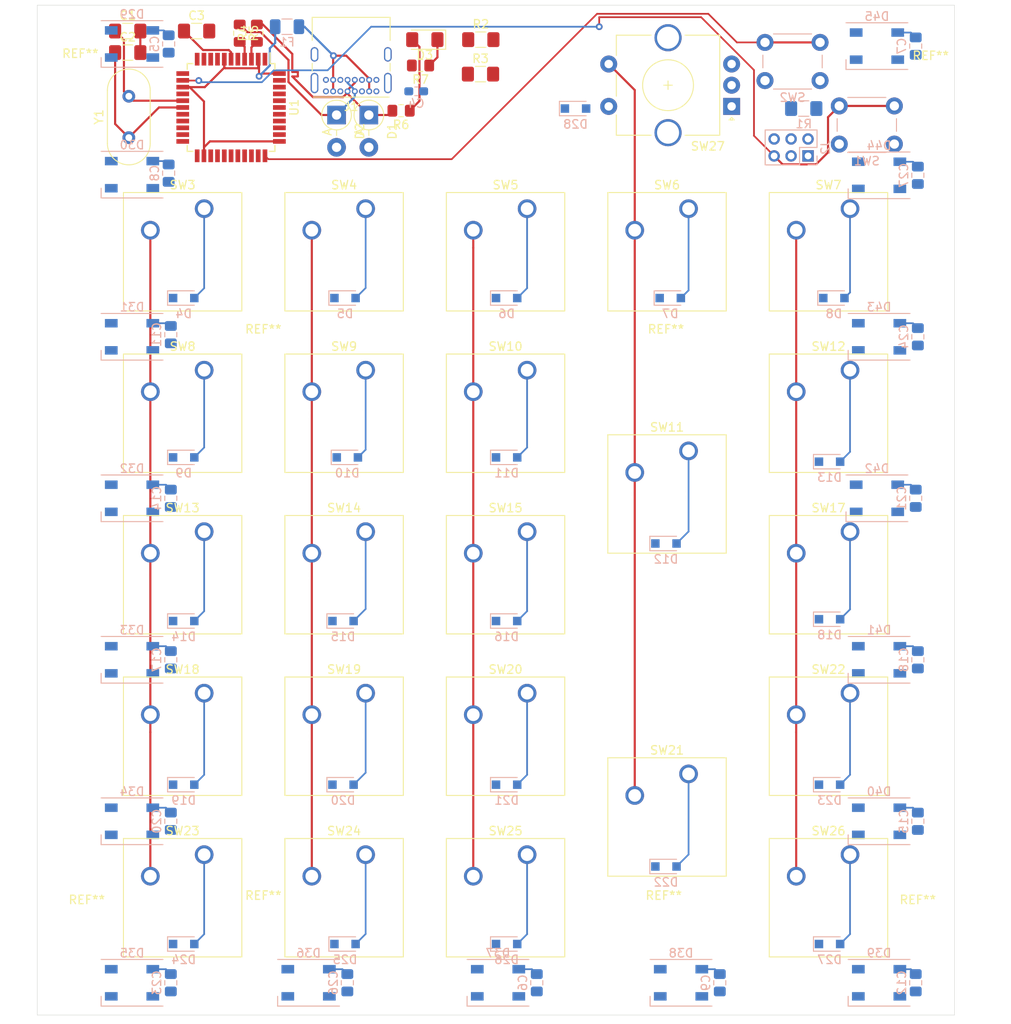
<source format=kicad_pcb>
(kicad_pcb (version 20171130) (host pcbnew 5.1.6)
  (layers (0 F.Cu signal) (31 B.Cu signal) (34 B.Paste user) (35 F.Paste user) (36 B.SilkS user) (37 F.SilkS user) (38 B.Mask user) (39 F.Mask user) (44 Edge.Cuts user))
  (net 0 "")
  (net 1 GND)
  (net 2 "Net-(C1-Pad1)")
  (net 3 "Net-(C2-Pad1)")
  (net 4 Reset)
  (net 5 +5V)
  (net 6 boot)
  (net 7 "Net-(U1-Pad42)")
  (net 8 "Net-(U1-Pad36)")
  (net 9 "Net-(U1-Pad32)")
  (net 10 "Net-(U1-Pad31)")
  (net 11 "Net-(U1-Pad27)")
  (net 12 "Net-(U1-Pad26)")
  (net 13 "Net-(U1-Pad22)")
  (net 14 "Net-(U1-Pad12)")
  (net 15 "Net-(U1-Pad8)")
  (net 16 "Net-(U1-Pad1)")
  (net 17 "Net-(C3-Pad1)")
  (net 18 "Net-(D1-Pad1)")
  (net 19 "Net-(D2-Pad1)")
  (net 20 "Net-(D3-Pad1)")
  (net 21 VCC)
  (net 22 "Net-(J1-PadB5)")
  (net 23 "Net-(J1-PadB8)")
  (net 24 "Net-(J1-PadA8)")
  (net 25 "Net-(J1-PadA5)")
  (net 26 "Net-(J2-Pad6)")
  (net 27 MOSI)
  (net 28 SCK)
  (net 29 MISO)
  (net 30 d-)
  (net 31 d+)
  (net 32 "Net-(D4-Pad2)")
  (net 33 "Net-(D5-Pad2)")
  (net 34 "Net-(D6-Pad2)")
  (net 35 "Net-(D7-Pad2)")
  (net 36 "Net-(D8-Pad2)")
  (net 37 row0)
  (net 38 "Net-(D9-Pad2)")
  (net 39 row1)
  (net 40 "Net-(D10-Pad2)")
  (net 41 "Net-(D11-Pad2)")
  (net 42 "Net-(D12-Pad2)")
  (net 43 "Net-(D13-Pad2)")
  (net 44 "Net-(D14-Pad2)")
  (net 45 row2)
  (net 46 "Net-(D15-Pad2)")
  (net 47 "Net-(D16-Pad2)")
  (net 48 "Net-(D18-Pad2)")
  (net 49 "Net-(D19-Pad2)")
  (net 50 row3)
  (net 51 "Net-(D20-Pad2)")
  (net 52 "Net-(D21-Pad2)")
  (net 53 "Net-(D22-Pad2)")
  (net 54 "Net-(D23-Pad2)")
  (net 55 "Net-(D24-Pad2)")
  (net 56 rer)
  (net 57 "Net-(D25-Pad2)")
  (net 58 "Net-(D26-Pad2)")
  (net 59 "Net-(D27-Pad2)")
  (net 60 "Net-(D28-Pad2)")
  (net 61 "Net-(D29-Pad4)")
  (net 62 LEDIN)
  (net 63 "Net-(D30-Pad4)")
  (net 64 "Net-(D31-Pad4)")
  (net 65 "Net-(D32-Pad4)")
  (net 66 "Net-(D33-Pad4)")
  (net 67 "Net-(D33-Pad2)")
  (net 68 "Net-(D34-Pad4)")
  (net 69 "Net-(D35-Pad4)")
  (net 70 "Net-(D36-Pad4)")
  (net 71 "Net-(D37-Pad4)")
  (net 72 "Net-(D38-Pad4)")
  (net 73 "Net-(D39-Pad4)")
  (net 74 "Net-(D40-Pad4)")
  (net 75 "Net-(D41-Pad4)")
  (net 76 "Net-(D41-Pad2)")
  (net 77 "Net-(D42-Pad4)")
  (net 78 "Net-(D43-Pad4)")
  (net 79 "Net-(D44-Pad4)")
  (net 80 col0)
  (net 81 col1)
  (net 82 col2)
  (net 83 col3)
  (net 84 col4)
  (net 85 renca)
  (net 86 rencb)
  (net 87 "Net-(C11-Pad1)")
  (module MountingHole:MountingHole_3.2mm_M3 (layer F.Cu) (at 33.02 39.878)
    (fp_text reference REF** (at 0 -4.2) (layer F.SilkS))
    (fp_text value MountingHole_3.2mm_M3)
    (pad 1 np_thru_hole circle (at 0 0) (size 3.2 3.2) (drill 3.2) (layers *.Cu *.Mask))
  )
  (module MountingHole:MountingHole_3.2mm_M3 (layer F.Cu) (at 54.61 72.39)
    (fp_text reference REF** (at 0 -4.2) (layer F.SilkS))
    (fp_text value MountingHole_3.2mm_M3)
    (pad 1 np_thru_hole circle (at 0 0) (size 3.2 3.2) (drill 3.2) (layers *.Cu *.Mask))
  )
  (module MountingHole:MountingHole_3.2mm_M3 (layer F.Cu) (at 102.108 72.39)
    (fp_text reference REF** (at 0 -4.2) (layer F.SilkS))
    (fp_text value MountingHole_3.2mm_M3)
    (pad 1 np_thru_hole circle (at 0 0) (size 3.2 3.2) (drill 3.2) (layers *.Cu *.Mask))
  )
  (module MountingHole:MountingHole_3.2mm_M3 (layer F.Cu) (at 33.782 139.7)
    (fp_text reference REF** (at 0 -4.2) (layer F.SilkS))
    (fp_text value MountingHole_3.2mm_M3)
    (pad 1 np_thru_hole circle (at 0 0) (size 3.2 3.2) (drill 3.2) (layers *.Cu *.Mask))
  )
  (module MountingHole:MountingHole_3.2mm_M3 (layer F.Cu) (at 54.61 139.192)
    (fp_text reference REF** (at 0 -4.2) (layer F.SilkS))
    (fp_text value MountingHole_3.2mm_M3)
    (pad 1 np_thru_hole circle (at 0 0) (size 3.2 3.2) (drill 3.2) (layers *.Cu *.Mask))
  )
  (module MountingHole:MountingHole_3.2mm_M3 (layer F.Cu) (at 101.854 139.192)
    (fp_text reference REF** (at 0 -4.2) (layer F.SilkS))
    (fp_text value MountingHole_3.2mm_M3)
    (pad 1 np_thru_hole circle (at 0 0) (size 3.2 3.2) (drill 3.2) (layers *.Cu *.Mask))
  )
  (module MountingHole:MountingHole_3.2mm_M3 (layer F.Cu) (at 131.826 139.7)
    (fp_text reference REF** (at 0 -4.2) (layer F.SilkS))
    (fp_text value MountingHole_3.2mm_M3)
    (pad 1 np_thru_hole circle (at 0 0) (size 3.2 3.2) (drill 3.2) (layers *.Cu *.Mask))
  )
  (module MountingHole:MountingHole_3.2mm_M3 (layer F.Cu) (at 133.35 40.132)
    (fp_text reference REF** (at 0 -4.2) (layer F.SilkS))
    (fp_text value MountingHole_3.2mm_M3)
    (pad 1 np_thru_hole circle (at 0 0) (size 3.2 3.2) (drill 3.2) (layers *.Cu *.Mask))
  )
  (module Crystal:Crystal_HC49-U_Vertical (layer F.Cu) (at 38.735 45.593 90)
    (fp_text reference Y1 (at 2.44 -3.525 90) (layer F.SilkS))
    (fp_text value Crystal)
    (pad 2 thru_hole circle (at 4.88 0 90) (size 1.5 1.5) (drill 0.8) (layers *.Cu *.Mask) (net 2 "Net-(C1-Pad1)"))
    (pad 1 thru_hole circle (at 0 0 90) (size 1.5 1.5) (drill 0.8) (layers *.Cu *.Mask) (net 3 "Net-(C2-Pad1)"))
  )
  (module Package_QFP:TQFP-44_10x10mm_P0.8mm (layer F.Cu) (at 50.8 42.037 270)
    (fp_text reference U1 (at 0 -7.45 90) (layer F.SilkS))
    (fp_text value ATmega32U4-AU)
    (pad 44 smd rect (at -4 -5.7) (size 1.5 0.55) (layers F.Cu F.Paste F.Mask) (net 5 +5V))
    (pad 43 smd rect (at -3.2 -5.7) (size 1.5 0.55) (layers F.Cu F.Paste F.Mask) (net 1 GND))
    (pad 42 smd rect (at -2.4 -5.7) (size 1.5 0.55) (layers F.Cu F.Paste F.Mask) (net 7 "Net-(U1-Pad42)"))
    (pad 41 smd rect (at -1.6 -5.7) (size 1.5 0.55) (layers F.Cu F.Paste F.Mask) (net 56 rer))
    (pad 40 smd rect (at -0.8 -5.7) (size 1.5 0.55) (layers F.Cu F.Paste F.Mask) (net 50 row3))
    (pad 39 smd rect (at 0 -5.7) (size 1.5 0.55) (layers F.Cu F.Paste F.Mask) (net 45 row2))
    (pad 38 smd rect (at 0.8 -5.7) (size 1.5 0.55) (layers F.Cu F.Paste F.Mask) (net 39 row1))
    (pad 37 smd rect (at 1.6 -5.7) (size 1.5 0.55) (layers F.Cu F.Paste F.Mask) (net 37 row0))
    (pad 36 smd rect (at 2.4 -5.7) (size 1.5 0.55) (layers F.Cu F.Paste F.Mask) (net 8 "Net-(U1-Pad36)"))
    (pad 35 smd rect (at 3.2 -5.7) (size 1.5 0.55) (layers F.Cu F.Paste F.Mask) (net 1 GND))
    (pad 34 smd rect (at 4 -5.7) (size 1.5 0.55) (layers F.Cu F.Paste F.Mask) (net 5 +5V))
    (pad 33 smd rect (at 5.7 -4 270) (size 1.5 0.55) (layers F.Cu F.Paste F.Mask) (net 6 boot))
    (pad 32 smd rect (at 5.7 -3.2 270) (size 1.5 0.55) (layers F.Cu F.Paste F.Mask) (net 9 "Net-(U1-Pad32)"))
    (pad 31 smd rect (at 5.7 -2.4 270) (size 1.5 0.55) (layers F.Cu F.Paste F.Mask) (net 10 "Net-(U1-Pad31)"))
    (pad 30 smd rect (at 5.7 -1.6 270) (size 1.5 0.55) (layers F.Cu F.Paste F.Mask) (net 85 renca))
    (pad 29 smd rect (at 5.7 -0.8 270) (size 1.5 0.55) (layers F.Cu F.Paste F.Mask) (net 86 rencb))
    (pad 28 smd rect (at 5.7 0 270) (size 1.5 0.55) (layers F.Cu F.Paste F.Mask) (net 62 LEDIN))
    (pad 27 smd rect (at 5.7 0.8 270) (size 1.5 0.55) (layers F.Cu F.Paste F.Mask) (net 11 "Net-(U1-Pad27)"))
    (pad 26 smd rect (at 5.7 1.6 270) (size 1.5 0.55) (layers F.Cu F.Paste F.Mask) (net 12 "Net-(U1-Pad26)"))
    (pad 25 smd rect (at 5.7 2.4 270) (size 1.5 0.55) (layers F.Cu F.Paste F.Mask) (net 84 col4))
    (pad 24 smd rect (at 5.7 3.2 270) (size 1.5 0.55) (layers F.Cu F.Paste F.Mask) (net 5 +5V))
    (pad 23 smd rect (at 5.7 4 270) (size 1.5 0.55) (layers F.Cu F.Paste F.Mask) (net 1 GND))
    (pad 22 smd rect (at 4 5.7) (size 1.5 0.55) (layers F.Cu F.Paste F.Mask) (net 13 "Net-(U1-Pad22)"))
    (pad 21 smd rect (at 3.2 5.7) (size 1.5 0.55) (layers F.Cu F.Paste F.Mask) (net 83 col3))
    (pad 20 smd rect (at 2.4 5.7) (size 1.5 0.55) (layers F.Cu F.Paste F.Mask) (net 82 col2))
    (pad 19 smd rect (at 1.6 5.7) (size 1.5 0.55) (layers F.Cu F.Paste F.Mask) (net 81 col1))
    (pad 18 smd rect (at 0.8 5.7) (size 1.5 0.55) (layers F.Cu F.Paste F.Mask) (net 80 col0))
    (pad 17 smd rect (at 0 5.7) (size 1.5 0.55) (layers F.Cu F.Paste F.Mask) (net 3 "Net-(C2-Pad1)"))
    (pad 16 smd rect (at -0.8 5.7) (size 1.5 0.55) (layers F.Cu F.Paste F.Mask) (net 2 "Net-(C1-Pad1)"))
    (pad 15 smd rect (at -1.6 5.7) (size 1.5 0.55) (layers F.Cu F.Paste F.Mask) (net 1 GND))
    (pad 14 smd rect (at -2.4 5.7) (size 1.5 0.55) (layers F.Cu F.Paste F.Mask) (net 5 +5V))
    (pad 13 smd rect (at -3.2 5.7) (size 1.5 0.55) (layers F.Cu F.Paste F.Mask) (net 4 Reset))
    (pad 12 smd rect (at -4 5.7) (size 1.5 0.55) (layers F.Cu F.Paste F.Mask) (net 14 "Net-(U1-Pad12)"))
    (pad 11 smd rect (at -5.7 4 270) (size 1.5 0.55) (layers F.Cu F.Paste F.Mask) (net 29 MISO))
    (pad 10 smd rect (at -5.7 3.2 270) (size 1.5 0.55) (layers F.Cu F.Paste F.Mask) (net 27 MOSI))
    (pad 9 smd rect (at -5.7 2.4 270) (size 1.5 0.55) (layers F.Cu F.Paste F.Mask) (net 28 SCK))
    (pad 8 smd rect (at -5.7 1.6 270) (size 1.5 0.55) (layers F.Cu F.Paste F.Mask) (net 15 "Net-(U1-Pad8)"))
    (pad 7 smd rect (at -5.7 0.8 270) (size 1.5 0.55) (layers F.Cu F.Paste F.Mask) (net 5 +5V))
    (pad 6 smd rect (at -5.7 0 270) (size 1.5 0.55) (layers F.Cu F.Paste F.Mask) (net 17 "Net-(C3-Pad1)"))
    (pad 5 smd rect (at -5.7 -0.8 270) (size 1.5 0.55) (layers F.Cu F.Paste F.Mask) (net 1 GND))
    (pad 4 smd rect (at -5.7 -1.6 270) (size 1.5 0.55) (layers F.Cu F.Paste F.Mask) (net 31 d+))
    (pad 3 smd rect (at -5.7 -2.4 270) (size 1.5 0.55) (layers F.Cu F.Paste F.Mask) (net 30 d-))
    (pad 2 smd rect (at -5.7 -3.2 270) (size 1.5 0.55) (layers F.Cu F.Paste F.Mask) (net 5 +5V))
    (pad 1 smd rect (at -5.7 -4 270) (size 1.5 0.55) (layers F.Cu F.Paste F.Mask) (net 16 "Net-(U1-Pad1)"))
  )
  (module Rotary_Encoder:RotaryEncoder_Alps_EC11E-Switch_Vertical_H20mm_CircularMountingHoles (layer F.Cu) (at 109.855 41.91 180)
    (fp_text reference SW27 (at 2.8 -4.7) (layer F.SilkS))
    (fp_text value "Rotory Encoder")
    (pad A thru_hole rect (at 0 0 180) (size 2 2) (drill 1) (layers *.Cu *.Mask) (net 85 renca))
    (pad C thru_hole circle (at 0 2.5 180) (size 2 2) (drill 1) (layers *.Cu *.Mask) (net 1 GND))
    (pad B thru_hole circle (at 0 5 180) (size 2 2) (drill 1) (layers *.Cu *.Mask) (net 86 rencb))
    (pad MP thru_hole circle (at 7.5 -3.1 180) (size 3.2 3.2) (drill 2.6) (layers *.Cu *.Mask))
    (pad MP thru_hole circle (at 7.5 8.1 180) (size 3.2 3.2) (drill 2.6) (layers *.Cu *.Mask))
    (pad S2 thru_hole circle (at 14.5 0 180) (size 2 2) (drill 1) (layers *.Cu *.Mask) (net 60 "Net-(D28-Pad2)"))
    (pad S1 thru_hole circle (at 14.5 5 180) (size 2 2) (drill 1) (layers *.Cu *.Mask) (net 83 col3))
  )
  (module Button_Switch_Keyboard:SW_Cherry_MX_1.00u_PCB (layer F.Cu) (at 123.825 130.175)
    (fp_text reference SW26 (at -2.54 -2.794) (layer F.SilkS))
    (fp_text value SW_SPST)
    (pad "" np_thru_hole circle (at 2.54 5.08) (size 1.7 1.7) (drill 1.7) (layers *.Cu *.Mask))
    (pad "" np_thru_hole circle (at -7.62 5.08) (size 1.7 1.7) (drill 1.7) (layers *.Cu *.Mask))
    (pad "" np_thru_hole circle (at -2.54 5.08) (size 4 4) (drill 4) (layers *.Cu *.Mask))
    (pad 2 thru_hole circle (at -6.35 2.54) (size 2.2 2.2) (drill 1.5) (layers *.Cu *.Mask) (net 84 col4))
    (pad 1 thru_hole circle (at 0 0) (size 2.2 2.2) (drill 1.5) (layers *.Cu *.Mask) (net 59 "Net-(D27-Pad2)"))
  )
  (module Button_Switch_Keyboard:SW_Cherry_MX_1.00u_PCB (layer F.Cu) (at 85.725 130.175)
    (fp_text reference SW25 (at -2.54 -2.794) (layer F.SilkS))
    (fp_text value SW_SPST)
    (pad "" np_thru_hole circle (at 2.54 5.08) (size 1.7 1.7) (drill 1.7) (layers *.Cu *.Mask))
    (pad "" np_thru_hole circle (at -7.62 5.08) (size 1.7 1.7) (drill 1.7) (layers *.Cu *.Mask))
    (pad "" np_thru_hole circle (at -2.54 5.08) (size 4 4) (drill 4) (layers *.Cu *.Mask))
    (pad 2 thru_hole circle (at -6.35 2.54) (size 2.2 2.2) (drill 1.5) (layers *.Cu *.Mask) (net 82 col2))
    (pad 1 thru_hole circle (at 0 0) (size 2.2 2.2) (drill 1.5) (layers *.Cu *.Mask) (net 58 "Net-(D26-Pad2)"))
  )
  (module Button_Switch_Keyboard:SW_Cherry_MX_1.00u_PCB (layer F.Cu) (at 66.675 130.175)
    (fp_text reference SW24 (at -2.54 -2.794) (layer F.SilkS))
    (fp_text value SW_SPST)
    (pad "" np_thru_hole circle (at 2.54 5.08) (size 1.7 1.7) (drill 1.7) (layers *.Cu *.Mask))
    (pad "" np_thru_hole circle (at -7.62 5.08) (size 1.7 1.7) (drill 1.7) (layers *.Cu *.Mask))
    (pad "" np_thru_hole circle (at -2.54 5.08) (size 4 4) (drill 4) (layers *.Cu *.Mask))
    (pad 2 thru_hole circle (at -6.35 2.54) (size 2.2 2.2) (drill 1.5) (layers *.Cu *.Mask) (net 81 col1))
    (pad 1 thru_hole circle (at 0 0) (size 2.2 2.2) (drill 1.5) (layers *.Cu *.Mask) (net 57 "Net-(D25-Pad2)"))
  )
  (module Button_Switch_Keyboard:SW_Cherry_MX_1.00u_PCB (layer F.Cu) (at 47.625 130.175)
    (fp_text reference SW23 (at -2.54 -2.794) (layer F.SilkS))
    (fp_text value SW_SPST)
    (pad "" np_thru_hole circle (at 2.54 5.08) (size 1.7 1.7) (drill 1.7) (layers *.Cu *.Mask))
    (pad "" np_thru_hole circle (at -7.62 5.08) (size 1.7 1.7) (drill 1.7) (layers *.Cu *.Mask))
    (pad "" np_thru_hole circle (at -2.54 5.08) (size 4 4) (drill 4) (layers *.Cu *.Mask))
    (pad 2 thru_hole circle (at -6.35 2.54) (size 2.2 2.2) (drill 1.5) (layers *.Cu *.Mask) (net 80 col0))
    (pad 1 thru_hole circle (at 0 0) (size 2.2 2.2) (drill 1.5) (layers *.Cu *.Mask) (net 55 "Net-(D24-Pad2)"))
  )
  (module Button_Switch_Keyboard:SW_Cherry_MX_1.00u_PCB (layer F.Cu) (at 123.825 111.125)
    (fp_text reference SW22 (at -2.54 -2.794) (layer F.SilkS))
    (fp_text value SW_SPST)
    (pad "" np_thru_hole circle (at 2.54 5.08) (size 1.7 1.7) (drill 1.7) (layers *.Cu *.Mask))
    (pad "" np_thru_hole circle (at -7.62 5.08) (size 1.7 1.7) (drill 1.7) (layers *.Cu *.Mask))
    (pad "" np_thru_hole circle (at -2.54 5.08) (size 4 4) (drill 4) (layers *.Cu *.Mask))
    (pad 2 thru_hole circle (at -6.35 2.54) (size 2.2 2.2) (drill 1.5) (layers *.Cu *.Mask) (net 84 col4))
    (pad 1 thru_hole circle (at 0 0) (size 2.2 2.2) (drill 1.5) (layers *.Cu *.Mask) (net 54 "Net-(D23-Pad2)"))
  )
  (module Button_Switch_Keyboard:SW_Cherry_MX_2.00u_Vertical_PCB (layer F.Cu) (at 104.775 120.65)
    (fp_text reference SW21 (at -2.54 -2.794) (layer F.SilkS))
    (fp_text value SW_SPST)
    (pad "" np_thru_hole circle (at -9.54 -6.82) (size 3.05 3.05) (drill 3.05) (layers *.Cu *.Mask))
    (pad "" np_thru_hole circle (at -9.54 16.98) (size 3.05 3.05) (drill 3.05) (layers *.Cu *.Mask))
    (pad "" np_thru_hole circle (at 5.7 16.98) (size 4 4) (drill 4) (layers *.Cu *.Mask))
    (pad "" np_thru_hole circle (at 5.7 -6.82) (size 4 4) (drill 4) (layers *.Cu *.Mask))
    (pad "" np_thru_hole circle (at 2.54 5.08) (size 1.7 1.7) (drill 1.7) (layers *.Cu *.Mask))
    (pad "" np_thru_hole circle (at -7.62 5.08) (size 1.7 1.7) (drill 1.7) (layers *.Cu *.Mask))
    (pad "" np_thru_hole circle (at -2.54 5.08) (size 4 4) (drill 4) (layers *.Cu *.Mask))
    (pad 2 thru_hole circle (at -6.35 2.54) (size 2.2 2.2) (drill 1.5) (layers *.Cu *.Mask) (net 83 col3))
    (pad 1 thru_hole circle (at 0 0) (size 2.2 2.2) (drill 1.5) (layers *.Cu *.Mask) (net 53 "Net-(D22-Pad2)"))
  )
  (module Button_Switch_Keyboard:SW_Cherry_MX_1.00u_PCB (layer F.Cu) (at 85.725 111.125)
    (fp_text reference SW20 (at -2.54 -2.794) (layer F.SilkS))
    (fp_text value SW_SPST)
    (pad "" np_thru_hole circle (at 2.54 5.08) (size 1.7 1.7) (drill 1.7) (layers *.Cu *.Mask))
    (pad "" np_thru_hole circle (at -7.62 5.08) (size 1.7 1.7) (drill 1.7) (layers *.Cu *.Mask))
    (pad "" np_thru_hole circle (at -2.54 5.08) (size 4 4) (drill 4) (layers *.Cu *.Mask))
    (pad 2 thru_hole circle (at -6.35 2.54) (size 2.2 2.2) (drill 1.5) (layers *.Cu *.Mask) (net 82 col2))
    (pad 1 thru_hole circle (at 0 0) (size 2.2 2.2) (drill 1.5) (layers *.Cu *.Mask) (net 52 "Net-(D21-Pad2)"))
  )
  (module Button_Switch_Keyboard:SW_Cherry_MX_1.00u_PCB (layer F.Cu) (at 66.675 111.125)
    (fp_text reference SW19 (at -2.54 -2.794) (layer F.SilkS))
    (fp_text value SW_SPST)
    (pad "" np_thru_hole circle (at 2.54 5.08) (size 1.7 1.7) (drill 1.7) (layers *.Cu *.Mask))
    (pad "" np_thru_hole circle (at -7.62 5.08) (size 1.7 1.7) (drill 1.7) (layers *.Cu *.Mask))
    (pad "" np_thru_hole circle (at -2.54 5.08) (size 4 4) (drill 4) (layers *.Cu *.Mask))
    (pad 2 thru_hole circle (at -6.35 2.54) (size 2.2 2.2) (drill 1.5) (layers *.Cu *.Mask) (net 81 col1))
    (pad 1 thru_hole circle (at 0 0) (size 2.2 2.2) (drill 1.5) (layers *.Cu *.Mask) (net 51 "Net-(D20-Pad2)"))
  )
  (module Button_Switch_Keyboard:SW_Cherry_MX_1.00u_PCB (layer F.Cu) (at 47.625 111.125)
    (fp_text reference SW18 (at -2.54 -2.794) (layer F.SilkS))
    (fp_text value SW_SPST)
    (pad "" np_thru_hole circle (at 2.54 5.08) (size 1.7 1.7) (drill 1.7) (layers *.Cu *.Mask))
    (pad "" np_thru_hole circle (at -7.62 5.08) (size 1.7 1.7) (drill 1.7) (layers *.Cu *.Mask))
    (pad "" np_thru_hole circle (at -2.54 5.08) (size 4 4) (drill 4) (layers *.Cu *.Mask))
    (pad 2 thru_hole circle (at -6.35 2.54) (size 2.2 2.2) (drill 1.5) (layers *.Cu *.Mask) (net 80 col0))
    (pad 1 thru_hole circle (at 0 0) (size 2.2 2.2) (drill 1.5) (layers *.Cu *.Mask) (net 49 "Net-(D19-Pad2)"))
  )
  (module Button_Switch_Keyboard:SW_Cherry_MX_1.00u_PCB (layer F.Cu) (at 123.825 92.075)
    (fp_text reference SW17 (at -2.54 -2.794) (layer F.SilkS))
    (fp_text value SW_SPST)
    (pad "" np_thru_hole circle (at 2.54 5.08) (size 1.7 1.7) (drill 1.7) (layers *.Cu *.Mask))
    (pad "" np_thru_hole circle (at -7.62 5.08) (size 1.7 1.7) (drill 1.7) (layers *.Cu *.Mask))
    (pad "" np_thru_hole circle (at -2.54 5.08) (size 4 4) (drill 4) (layers *.Cu *.Mask))
    (pad 2 thru_hole circle (at -6.35 2.54) (size 2.2 2.2) (drill 1.5) (layers *.Cu *.Mask) (net 84 col4))
    (pad 1 thru_hole circle (at 0 0) (size 2.2 2.2) (drill 1.5) (layers *.Cu *.Mask) (net 48 "Net-(D18-Pad2)"))
  )
  (module Button_Switch_Keyboard:SW_Cherry_MX_1.00u_PCB (layer F.Cu) (at 85.725 92.075)
    (fp_text reference SW15 (at -2.54 -2.794) (layer F.SilkS))
    (fp_text value SW_SPST)
    (pad "" np_thru_hole circle (at 2.54 5.08) (size 1.7 1.7) (drill 1.7) (layers *.Cu *.Mask))
    (pad "" np_thru_hole circle (at -7.62 5.08) (size 1.7 1.7) (drill 1.7) (layers *.Cu *.Mask))
    (pad "" np_thru_hole circle (at -2.54 5.08) (size 4 4) (drill 4) (layers *.Cu *.Mask))
    (pad 2 thru_hole circle (at -6.35 2.54) (size 2.2 2.2) (drill 1.5) (layers *.Cu *.Mask) (net 82 col2))
    (pad 1 thru_hole circle (at 0 0) (size 2.2 2.2) (drill 1.5) (layers *.Cu *.Mask) (net 47 "Net-(D16-Pad2)"))
  )
  (module Button_Switch_Keyboard:SW_Cherry_MX_1.00u_PCB (layer F.Cu) (at 66.675 92.075)
    (fp_text reference SW14 (at -2.54 -2.794) (layer F.SilkS))
    (fp_text value SW_SPST)
    (pad "" np_thru_hole circle (at 2.54 5.08) (size 1.7 1.7) (drill 1.7) (layers *.Cu *.Mask))
    (pad "" np_thru_hole circle (at -7.62 5.08) (size 1.7 1.7) (drill 1.7) (layers *.Cu *.Mask))
    (pad "" np_thru_hole circle (at -2.54 5.08) (size 4 4) (drill 4) (layers *.Cu *.Mask))
    (pad 2 thru_hole circle (at -6.35 2.54) (size 2.2 2.2) (drill 1.5) (layers *.Cu *.Mask) (net 81 col1))
    (pad 1 thru_hole circle (at 0 0) (size 2.2 2.2) (drill 1.5) (layers *.Cu *.Mask) (net 46 "Net-(D15-Pad2)"))
  )
  (module Button_Switch_Keyboard:SW_Cherry_MX_1.00u_PCB (layer F.Cu) (at 47.625 92.075)
    (fp_text reference SW13 (at -2.54 -2.794) (layer F.SilkS))
    (fp_text value SW_SPST)
    (pad "" np_thru_hole circle (at 2.54 5.08) (size 1.7 1.7) (drill 1.7) (layers *.Cu *.Mask))
    (pad "" np_thru_hole circle (at -7.62 5.08) (size 1.7 1.7) (drill 1.7) (layers *.Cu *.Mask))
    (pad "" np_thru_hole circle (at -2.54 5.08) (size 4 4) (drill 4) (layers *.Cu *.Mask))
    (pad 2 thru_hole circle (at -6.35 2.54) (size 2.2 2.2) (drill 1.5) (layers *.Cu *.Mask) (net 80 col0))
    (pad 1 thru_hole circle (at 0 0) (size 2.2 2.2) (drill 1.5) (layers *.Cu *.Mask) (net 44 "Net-(D14-Pad2)"))
  )
  (module Button_Switch_Keyboard:SW_Cherry_MX_1.00u_PCB (layer F.Cu) (at 123.825 73.025)
    (fp_text reference SW12 (at -2.54 -2.794) (layer F.SilkS))
    (fp_text value SW_SPST)
    (pad "" np_thru_hole circle (at 2.54 5.08) (size 1.7 1.7) (drill 1.7) (layers *.Cu *.Mask))
    (pad "" np_thru_hole circle (at -7.62 5.08) (size 1.7 1.7) (drill 1.7) (layers *.Cu *.Mask))
    (pad "" np_thru_hole circle (at -2.54 5.08) (size 4 4) (drill 4) (layers *.Cu *.Mask))
    (pad 2 thru_hole circle (at -6.35 2.54) (size 2.2 2.2) (drill 1.5) (layers *.Cu *.Mask) (net 84 col4))
    (pad 1 thru_hole circle (at 0 0) (size 2.2 2.2) (drill 1.5) (layers *.Cu *.Mask) (net 43 "Net-(D13-Pad2)"))
  )
  (module Button_Switch_Keyboard:SW_Cherry_MX_2.00u_Vertical_PCB (layer F.Cu) (at 104.775 82.55)
    (fp_text reference SW11 (at -2.54 -2.794) (layer F.SilkS))
    (fp_text value SW_SPST)
    (pad "" np_thru_hole circle (at -9.54 -6.82) (size 3.05 3.05) (drill 3.05) (layers *.Cu *.Mask))
    (pad "" np_thru_hole circle (at -9.54 16.98) (size 3.05 3.05) (drill 3.05) (layers *.Cu *.Mask))
    (pad "" np_thru_hole circle (at 5.7 16.98) (size 4 4) (drill 4) (layers *.Cu *.Mask))
    (pad "" np_thru_hole circle (at 5.7 -6.82) (size 4 4) (drill 4) (layers *.Cu *.Mask))
    (pad "" np_thru_hole circle (at 2.54 5.08) (size 1.7 1.7) (drill 1.7) (layers *.Cu *.Mask))
    (pad "" np_thru_hole circle (at -7.62 5.08) (size 1.7 1.7) (drill 1.7) (layers *.Cu *.Mask))
    (pad "" np_thru_hole circle (at -2.54 5.08) (size 4 4) (drill 4) (layers *.Cu *.Mask))
    (pad 2 thru_hole circle (at -6.35 2.54) (size 2.2 2.2) (drill 1.5) (layers *.Cu *.Mask) (net 83 col3))
    (pad 1 thru_hole circle (at 0 0) (size 2.2 2.2) (drill 1.5) (layers *.Cu *.Mask) (net 42 "Net-(D12-Pad2)"))
  )
  (module Button_Switch_Keyboard:SW_Cherry_MX_1.00u_PCB (layer F.Cu) (at 85.725 73.025)
    (fp_text reference SW10 (at -2.54 -2.794) (layer F.SilkS))
    (fp_text value SW_SPST)
    (pad "" np_thru_hole circle (at 2.54 5.08) (size 1.7 1.7) (drill 1.7) (layers *.Cu *.Mask))
    (pad "" np_thru_hole circle (at -7.62 5.08) (size 1.7 1.7) (drill 1.7) (layers *.Cu *.Mask))
    (pad "" np_thru_hole circle (at -2.54 5.08) (size 4 4) (drill 4) (layers *.Cu *.Mask))
    (pad 2 thru_hole circle (at -6.35 2.54) (size 2.2 2.2) (drill 1.5) (layers *.Cu *.Mask) (net 82 col2))
    (pad 1 thru_hole circle (at 0 0) (size 2.2 2.2) (drill 1.5) (layers *.Cu *.Mask) (net 41 "Net-(D11-Pad2)"))
  )
  (module Button_Switch_Keyboard:SW_Cherry_MX_1.00u_PCB (layer F.Cu) (at 66.675 73.025)
    (fp_text reference SW9 (at -2.54 -2.794) (layer F.SilkS))
    (fp_text value SW_SPST)
    (pad "" np_thru_hole circle (at 2.54 5.08) (size 1.7 1.7) (drill 1.7) (layers *.Cu *.Mask))
    (pad "" np_thru_hole circle (at -7.62 5.08) (size 1.7 1.7) (drill 1.7) (layers *.Cu *.Mask))
    (pad "" np_thru_hole circle (at -2.54 5.08) (size 4 4) (drill 4) (layers *.Cu *.Mask))
    (pad 2 thru_hole circle (at -6.35 2.54) (size 2.2 2.2) (drill 1.5) (layers *.Cu *.Mask) (net 81 col1))
    (pad 1 thru_hole circle (at 0 0) (size 2.2 2.2) (drill 1.5) (layers *.Cu *.Mask) (net 40 "Net-(D10-Pad2)"))
  )
  (module Button_Switch_Keyboard:SW_Cherry_MX_1.00u_PCB (layer F.Cu) (at 47.625 73.025)
    (fp_text reference SW8 (at -2.54 -2.794) (layer F.SilkS))
    (fp_text value SW_SPST)
    (pad "" np_thru_hole circle (at 2.54 5.08) (size 1.7 1.7) (drill 1.7) (layers *.Cu *.Mask))
    (pad "" np_thru_hole circle (at -7.62 5.08) (size 1.7 1.7) (drill 1.7) (layers *.Cu *.Mask))
    (pad "" np_thru_hole circle (at -2.54 5.08) (size 4 4) (drill 4) (layers *.Cu *.Mask))
    (pad 2 thru_hole circle (at -6.35 2.54) (size 2.2 2.2) (drill 1.5) (layers *.Cu *.Mask) (net 80 col0))
    (pad 1 thru_hole circle (at 0 0) (size 2.2 2.2) (drill 1.5) (layers *.Cu *.Mask) (net 38 "Net-(D9-Pad2)"))
  )
  (module Button_Switch_Keyboard:SW_Cherry_MX_1.00u_PCB (layer F.Cu) (at 123.825 53.975)
    (fp_text reference SW7 (at -2.54 -2.794) (layer F.SilkS))
    (fp_text value SW_SPST)
    (pad "" np_thru_hole circle (at 2.54 5.08) (size 1.7 1.7) (drill 1.7) (layers *.Cu *.Mask))
    (pad "" np_thru_hole circle (at -7.62 5.08) (size 1.7 1.7) (drill 1.7) (layers *.Cu *.Mask))
    (pad "" np_thru_hole circle (at -2.54 5.08) (size 4 4) (drill 4) (layers *.Cu *.Mask))
    (pad 2 thru_hole circle (at -6.35 2.54) (size 2.2 2.2) (drill 1.5) (layers *.Cu *.Mask) (net 84 col4))
    (pad 1 thru_hole circle (at 0 0) (size 2.2 2.2) (drill 1.5) (layers *.Cu *.Mask) (net 36 "Net-(D8-Pad2)"))
  )
  (module Button_Switch_Keyboard:SW_Cherry_MX_1.00u_PCB (layer F.Cu) (at 104.775 53.975)
    (fp_text reference SW6 (at -2.54 -2.794) (layer F.SilkS))
    (fp_text value SW_SPST)
    (pad "" np_thru_hole circle (at 2.54 5.08) (size 1.7 1.7) (drill 1.7) (layers *.Cu *.Mask))
    (pad "" np_thru_hole circle (at -7.62 5.08) (size 1.7 1.7) (drill 1.7) (layers *.Cu *.Mask))
    (pad "" np_thru_hole circle (at -2.54 5.08) (size 4 4) (drill 4) (layers *.Cu *.Mask))
    (pad 2 thru_hole circle (at -6.35 2.54) (size 2.2 2.2) (drill 1.5) (layers *.Cu *.Mask) (net 83 col3))
    (pad 1 thru_hole circle (at 0 0) (size 2.2 2.2) (drill 1.5) (layers *.Cu *.Mask) (net 35 "Net-(D7-Pad2)"))
  )
  (module Button_Switch_Keyboard:SW_Cherry_MX_1.00u_PCB (layer F.Cu) (at 85.725 53.975)
    (fp_text reference SW5 (at -2.54 -2.794) (layer F.SilkS))
    (fp_text value SW_SPST)
    (pad "" np_thru_hole circle (at 2.54 5.08) (size 1.7 1.7) (drill 1.7) (layers *.Cu *.Mask))
    (pad "" np_thru_hole circle (at -7.62 5.08) (size 1.7 1.7) (drill 1.7) (layers *.Cu *.Mask))
    (pad "" np_thru_hole circle (at -2.54 5.08) (size 4 4) (drill 4) (layers *.Cu *.Mask))
    (pad 2 thru_hole circle (at -6.35 2.54) (size 2.2 2.2) (drill 1.5) (layers *.Cu *.Mask) (net 82 col2))
    (pad 1 thru_hole circle (at 0 0) (size 2.2 2.2) (drill 1.5) (layers *.Cu *.Mask) (net 34 "Net-(D6-Pad2)"))
  )
  (module Button_Switch_Keyboard:SW_Cherry_MX_1.00u_PCB (layer F.Cu) (at 66.675 53.975)
    (fp_text reference SW4 (at -2.54 -2.794) (layer F.SilkS))
    (fp_text value SW_SPST)
    (pad "" np_thru_hole circle (at 2.54 5.08) (size 1.7 1.7) (drill 1.7) (layers *.Cu *.Mask))
    (pad "" np_thru_hole circle (at -7.62 5.08) (size 1.7 1.7) (drill 1.7) (layers *.Cu *.Mask))
    (pad "" np_thru_hole circle (at -2.54 5.08) (size 4 4) (drill 4) (layers *.Cu *.Mask))
    (pad 2 thru_hole circle (at -6.35 2.54) (size 2.2 2.2) (drill 1.5) (layers *.Cu *.Mask) (net 81 col1))
    (pad 1 thru_hole circle (at 0 0) (size 2.2 2.2) (drill 1.5) (layers *.Cu *.Mask) (net 33 "Net-(D5-Pad2)"))
  )
  (module Button_Switch_Keyboard:SW_Cherry_MX_1.00u_PCB (layer F.Cu) (at 47.625 53.975)
    (fp_text reference SW3 (at -2.54 -2.794) (layer F.SilkS))
    (fp_text value SW_SPST)
    (pad "" np_thru_hole circle (at 2.54 5.08) (size 1.7 1.7) (drill 1.7) (layers *.Cu *.Mask))
    (pad "" np_thru_hole circle (at -7.62 5.08) (size 1.7 1.7) (drill 1.7) (layers *.Cu *.Mask))
    (pad "" np_thru_hole circle (at -2.54 5.08) (size 4 4) (drill 4) (layers *.Cu *.Mask))
    (pad 2 thru_hole circle (at -6.35 2.54) (size 2.2 2.2) (drill 1.5) (layers *.Cu *.Mask) (net 80 col0))
    (pad 1 thru_hole circle (at 0 0) (size 2.2 2.2) (drill 1.5) (layers *.Cu *.Mask) (net 32 "Net-(D4-Pad2)"))
  )
  (module Button_Switch_THT:SW_PUSH_6mm (layer B.Cu) (at 113.792 38.862)
    (fp_text reference SW2 (at 3.25 2) (layer B.SilkS) (effects (justify mirror)))
    (fp_text value SW_Push)
    (pad 1 thru_hole circle (at 6.5 0 270) (size 2 2) (drill 1.1) (layers *.Cu *.Mask) (net 1 GND))
    (pad 2 thru_hole circle (at 6.5 -4.5 270) (size 2 2) (drill 1.1) (layers *.Cu *.Mask) (net 6 boot))
    (pad 1 thru_hole circle (at 0 0 270) (size 2 2) (drill 1.1) (layers *.Cu *.Mask) (net 1 GND))
    (pad 2 thru_hole circle (at 0 -4.5 270) (size 2 2) (drill 1.1) (layers *.Cu *.Mask) (net 6 boot))
  )
  (module Button_Switch_THT:SW_PUSH_6mm (layer B.Cu) (at 122.555 46.355)
    (fp_text reference SW1 (at 3.25 2) (layer B.SilkS) (effects (justify mirror)))
    (fp_text value SW_Push)
    (pad 1 thru_hole circle (at 6.5 0 270) (size 2 2) (drill 1.1) (layers *.Cu *.Mask) (net 1 GND))
    (pad 2 thru_hole circle (at 6.5 -4.5 270) (size 2 2) (drill 1.1) (layers *.Cu *.Mask) (net 4 Reset))
    (pad 1 thru_hole circle (at 0 0 270) (size 2 2) (drill 1.1) (layers *.Cu *.Mask) (net 1 GND))
    (pad 2 thru_hole circle (at 0 -4.5 270) (size 2 2) (drill 1.1) (layers *.Cu *.Mask) (net 4 Reset))
  )
  (module Resistor_SMD:R_0805_2012Metric_Pad1.15x1.40mm_HandSolder (layer F.Cu) (at 73.152 37.084 180)
    (fp_text reference R7 (at 0 -1.65) (layer F.SilkS))
    (fp_text value 1.5K)
    (pad 2 smd roundrect (at 1.025 0 180) (size 1.15 1.4) (layers F.Cu F.Paste F.Mask) (roundrect_rratio 0.217391) (net 1 GND))
    (pad 1 smd roundrect (at -1.025 0 180) (size 1.15 1.4) (layers F.Cu F.Paste F.Mask) (roundrect_rratio 0.217391) (net 20 "Net-(D3-Pad1)"))
  )
  (module Resistor_SMD:R_0805_2012Metric_Pad1.15x1.40mm_HandSolder (layer F.Cu) (at 70.857 42.418 180)
    (fp_text reference R6 (at 0 -1.65) (layer F.SilkS))
    (fp_text value 1.5K)
    (pad 2 smd roundrect (at 1.025 0 180) (size 1.15 1.4) (layers F.Cu F.Paste F.Mask) (roundrect_rratio 0.217391) (net 18 "Net-(D1-Pad1)"))
    (pad 1 smd roundrect (at -1.025 0 180) (size 1.15 1.4) (layers F.Cu F.Paste F.Mask) (roundrect_rratio 0.217391) (net 5 +5V))
  )
  (module Resistor_SMD:R_0805_2012Metric_Pad1.15x1.40mm_HandSolder (layer F.Cu) (at 51.816 33.274 270)
    (fp_text reference R5 (at 0 -1.65 90) (layer F.SilkS))
    (fp_text value 22)
    (pad 2 smd roundrect (at 1.025 0 270) (size 1.15 1.4) (layers F.Cu F.Paste F.Mask) (roundrect_rratio 0.217391) (net 31 d+))
    (pad 1 smd roundrect (at -1.025 0 270) (size 1.15 1.4) (layers F.Cu F.Paste F.Mask) (roundrect_rratio 0.217391) (net 19 "Net-(D2-Pad1)"))
  )
  (module Resistor_SMD:R_0805_2012Metric_Pad1.15x1.40mm_HandSolder (layer F.Cu) (at 53.848 33.274 90)
    (fp_text reference R4 (at 0 -1.65 90) (layer F.SilkS))
    (fp_text value 22)
    (pad 2 smd roundrect (at 1.025 0 90) (size 1.15 1.4) (layers F.Cu F.Paste F.Mask) (roundrect_rratio 0.217391) (net 18 "Net-(D1-Pad1)"))
    (pad 1 smd roundrect (at -1.025 0 90) (size 1.15 1.4) (layers F.Cu F.Paste F.Mask) (roundrect_rratio 0.217391) (net 30 d-))
  )
  (module Resistor_SMD:R_1206_3216Metric_Pad1.42x1.75mm_HandSolder (layer F.Cu) (at 80.2275 38.1)
    (fp_text reference R3 (at 0 -1.82) (layer F.SilkS))
    (fp_text value 5.1K)
    (pad 2 smd roundrect (at 1.4875 0) (size 1.425 1.75) (layers F.Cu F.Paste F.Mask) (roundrect_rratio 0.175439) (net 22 "Net-(J1-PadB5)"))
    (pad 1 smd roundrect (at -1.4875 0) (size 1.425 1.75) (layers F.Cu F.Paste F.Mask) (roundrect_rratio 0.175439) (net 1 GND))
  )
  (module Resistor_SMD:R_1206_3216Metric_Pad1.42x1.75mm_HandSolder (layer F.Cu) (at 80.264 34.036)
    (fp_text reference R2 (at 0 -1.82) (layer F.SilkS))
    (fp_text value 5.1K)
    (pad 2 smd roundrect (at 1.4875 0) (size 1.425 1.75) (layers F.Cu F.Paste F.Mask) (roundrect_rratio 0.175439) (net 25 "Net-(J1-PadA5)"))
    (pad 1 smd roundrect (at -1.4875 0) (size 1.425 1.75) (layers F.Cu F.Paste F.Mask) (roundrect_rratio 0.175439) (net 1 GND))
  )
  (module Resistor_SMD:R_1206_3216Metric_Pad1.42x1.75mm_HandSolder (layer B.Cu) (at 118.364 42.164)
    (fp_text reference R1 (at 0 1.82 180) (layer B.SilkS) (effects (justify mirror)))
    (fp_text value 10K)
    (pad 2 smd roundrect (at 1.4875 0) (size 1.425 1.75) (layers B.Cu B.Paste B.Mask) (roundrect_rratio 0.175439) (net 4 Reset))
    (pad 1 smd roundrect (at -1.4875 0) (size 1.425 1.75) (layers B.Cu B.Paste B.Mask) (roundrect_rratio 0.175439) (net 5 +5V))
  )
  (module Connector_PinHeader_2.00mm:PinHeader_2x03_P2.00mm_Vertical (layer B.Cu) (at 118.872 47.752 90)
    (fp_text reference J2 (at 1 2.06 90) (layer B.SilkS) (effects (justify mirror)))
    (fp_text value AVR-ISP-6)
    (pad 6 thru_hole oval (at 2 -4 90) (size 1.35 1.35) (drill 0.8) (layers *.Cu *.Mask) (net 26 "Net-(J2-Pad6)"))
    (pad 5 thru_hole oval (at 0 -4 90) (size 1.35 1.35) (drill 0.8) (layers *.Cu *.Mask) (net 4 Reset))
    (pad 4 thru_hole oval (at 2 -2 90) (size 1.35 1.35) (drill 0.8) (layers *.Cu *.Mask) (net 27 MOSI))
    (pad 3 thru_hole oval (at 0 -2 90) (size 1.35 1.35) (drill 0.8) (layers *.Cu *.Mask) (net 28 SCK))
    (pad 2 thru_hole oval (at 2 0 90) (size 1.35 1.35) (drill 0.8) (layers *.Cu *.Mask) (net 5 +5V))
    (pad 1 thru_hole rect (at 0 0 90) (size 1.35 1.35) (drill 0.8) (layers *.Cu *.Mask) (net 29 MISO))
  )
  (module Connector_USB:USB_C_Receptacle_GCT_USB4085 (layer F.Cu) (at 67.945 40.132 180)
    (fp_text reference J1 (at 2.975 -1.8) (layer F.SilkS))
    (fp_text value usbc_gct)
    (pad S1 thru_hole oval (at 7.3 4.36 180) (size 0.9 1.7) (drill oval 0.6 1.4) (layers *.Cu *.Mask) (net 1 GND))
    (pad S1 thru_hole oval (at -1.35 4.36 180) (size 0.9 1.7) (drill oval 0.6 1.4) (layers *.Cu *.Mask) (net 1 GND))
    (pad S1 thru_hole oval (at 7.3 0.98 180) (size 0.9 2.4) (drill oval 0.6 2.1) (layers *.Cu *.Mask) (net 1 GND))
    (pad S1 thru_hole oval (at -1.35 0.98 180) (size 0.9 2.4) (drill oval 0.6 2.1) (layers *.Cu *.Mask) (net 1 GND))
    (pad B6 thru_hole circle (at 3.4 1.35 180) (size 0.7 0.7) (drill 0.4) (layers *.Cu *.Mask) (net 19 "Net-(D2-Pad1)"))
    (pad B1 thru_hole circle (at 5.95 1.35 180) (size 0.7 0.7) (drill 0.4) (layers *.Cu *.Mask) (net 1 GND))
    (pad B4 thru_hole circle (at 5.1 1.35 180) (size 0.7 0.7) (drill 0.4) (layers *.Cu *.Mask) (net 21 VCC))
    (pad B5 thru_hole circle (at 4.25 1.35 180) (size 0.7 0.7) (drill 0.4) (layers *.Cu *.Mask) (net 22 "Net-(J1-PadB5)"))
    (pad B12 thru_hole circle (at 0 1.35 180) (size 0.7 0.7) (drill 0.4) (layers *.Cu *.Mask))
    (pad B8 thru_hole circle (at 1.7 1.35 180) (size 0.7 0.7) (drill 0.4) (layers *.Cu *.Mask) (net 23 "Net-(J1-PadB8)"))
    (pad B7 thru_hole circle (at 2.55 1.35 180) (size 0.7 0.7) (drill 0.4) (layers *.Cu *.Mask) (net 18 "Net-(D1-Pad1)"))
    (pad B9 thru_hole circle (at 0.85 1.35 180) (size 0.7 0.7) (drill 0.4) (layers *.Cu *.Mask) (net 21 VCC))
    (pad A12 thru_hole circle (at 5.95 0 180) (size 0.7 0.7) (drill 0.4) (layers *.Cu *.Mask) (net 1 GND))
    (pad A9 thru_hole circle (at 5.1 0 180) (size 0.7 0.7) (drill 0.4) (layers *.Cu *.Mask) (net 21 VCC))
    (pad A8 thru_hole circle (at 4.25 0 180) (size 0.7 0.7) (drill 0.4) (layers *.Cu *.Mask) (net 24 "Net-(J1-PadA8)"))
    (pad A7 thru_hole circle (at 3.4 0 180) (size 0.7 0.7) (drill 0.4) (layers *.Cu *.Mask) (net 18 "Net-(D1-Pad1)"))
    (pad A6 thru_hole circle (at 2.55 0 180) (size 0.7 0.7) (drill 0.4) (layers *.Cu *.Mask) (net 19 "Net-(D2-Pad1)"))
    (pad A5 thru_hole circle (at 1.7 0 180) (size 0.7 0.7) (drill 0.4) (layers *.Cu *.Mask) (net 25 "Net-(J1-PadA5)"))
    (pad A4 thru_hole circle (at 0.85 0 180) (size 0.7 0.7) (drill 0.4) (layers *.Cu *.Mask) (net 21 VCC))
    (pad A1 thru_hole circle (at 0 0 180) (size 0.7 0.7) (drill 0.4) (layers *.Cu *.Mask) (net 1 GND))
  )
  (module Fuse:Fuse_1206_3216Metric (layer B.Cu) (at 57.404 32.512)
    (fp_text reference F1 (at 0 1.82) (layer B.SilkS) (effects (justify mirror)))
    (fp_text value Polyfuse_Small)
    (pad 2 smd roundrect (at 1.4 0) (size 1.25 1.75) (layers B.Cu B.Paste B.Mask) (roundrect_rratio 0.2) (net 21 VCC))
    (pad 1 smd roundrect (at -1.4 0) (size 1.25 1.75) (layers B.Cu B.Paste B.Mask) (roundrect_rratio 0.2) (net 5 +5V))
  )
  (module LED_SMD:LED_SK6812_PLCC4_5.0x5.0mm_P3.2mm (layer B.Cu) (at 127 34.798 180)
    (fp_text reference D45 (at 0 3.5) (layer B.SilkS) (effects (justify mirror)))
    (fp_text value SK6812)
    (pad 3 smd rect (at -2.45 1.6 180) (size 1.5 1) (layers B.Cu B.Paste B.Mask) (net 87 "Net-(C11-Pad1)"))
    (pad 4 smd rect (at -2.45 -1.6 180) (size 1.5 1) (layers B.Cu B.Paste B.Mask) (net 1 GND))
    (pad 2 smd rect (at 2.45 1.6 180) (size 1.5 1) (layers B.Cu B.Paste B.Mask) (net 79 "Net-(D44-Pad4)"))
    (pad 1 smd rect (at 2.45 -1.6 180) (size 1.5 1) (layers B.Cu B.Paste B.Mask) (net 1 GND))
  )
  (module LED_SMD:LED_SK6812_PLCC4_5.0x5.0mm_P3.2mm (layer B.Cu) (at 127.254 50.038 180)
    (fp_text reference D44 (at 0 3.5) (layer B.SilkS) (effects (justify mirror)))
    (fp_text value SK6812)
    (pad 3 smd rect (at -2.45 1.6 180) (size 1.5 1) (layers B.Cu B.Paste B.Mask) (net 87 "Net-(C11-Pad1)"))
    (pad 4 smd rect (at -2.45 -1.6 180) (size 1.5 1) (layers B.Cu B.Paste B.Mask) (net 79 "Net-(D44-Pad4)"))
    (pad 2 smd rect (at 2.45 1.6 180) (size 1.5 1) (layers B.Cu B.Paste B.Mask) (net 78 "Net-(D43-Pad4)"))
    (pad 1 smd rect (at 2.45 -1.6 180) (size 1.5 1) (layers B.Cu B.Paste B.Mask) (net 1 GND))
  )
  (module LED_SMD:LED_SK6812_PLCC4_5.0x5.0mm_P3.2mm (layer B.Cu) (at 127.254 69.088 180)
    (fp_text reference D43 (at 0 3.5) (layer B.SilkS) (effects (justify mirror)))
    (fp_text value SK6812)
    (pad 3 smd rect (at -2.45 1.6 180) (size 1.5 1) (layers B.Cu B.Paste B.Mask) (net 87 "Net-(C11-Pad1)"))
    (pad 4 smd rect (at -2.45 -1.6 180) (size 1.5 1) (layers B.Cu B.Paste B.Mask) (net 78 "Net-(D43-Pad4)"))
    (pad 2 smd rect (at 2.45 1.6 180) (size 1.5 1) (layers B.Cu B.Paste B.Mask) (net 77 "Net-(D42-Pad4)"))
    (pad 1 smd rect (at 2.45 -1.6 180) (size 1.5 1) (layers B.Cu B.Paste B.Mask) (net 1 GND))
  )
  (module LED_SMD:LED_SK6812_PLCC4_5.0x5.0mm_P3.2mm (layer B.Cu) (at 127 88.138 180)
    (fp_text reference D42 (at 0 3.5) (layer B.SilkS) (effects (justify mirror)))
    (fp_text value SK6812)
    (pad 3 smd rect (at -2.45 1.6 180) (size 1.5 1) (layers B.Cu B.Paste B.Mask) (net 87 "Net-(C11-Pad1)"))
    (pad 4 smd rect (at -2.45 -1.6 180) (size 1.5 1) (layers B.Cu B.Paste B.Mask) (net 77 "Net-(D42-Pad4)"))
    (pad 2 smd rect (at 2.45 1.6 180) (size 1.5 1) (layers B.Cu B.Paste B.Mask) (net 75 "Net-(D41-Pad4)"))
    (pad 1 smd rect (at 2.45 -1.6 180) (size 1.5 1) (layers B.Cu B.Paste B.Mask) (net 1 GND))
  )
  (module LED_SMD:LED_SK6812_PLCC4_5.0x5.0mm_P3.2mm (layer B.Cu) (at 127.254 107.188 180)
    (fp_text reference D41 (at 0 3.5) (layer B.SilkS) (effects (justify mirror)))
    (fp_text value SK6812)
    (pad 3 smd rect (at -2.45 1.6 180) (size 1.5 1) (layers B.Cu B.Paste B.Mask) (net 87 "Net-(C11-Pad1)"))
    (pad 4 smd rect (at -2.45 -1.6 180) (size 1.5 1) (layers B.Cu B.Paste B.Mask) (net 75 "Net-(D41-Pad4)"))
    (pad 2 smd rect (at 2.45 1.6 180) (size 1.5 1) (layers B.Cu B.Paste B.Mask) (net 76 "Net-(D41-Pad2)"))
    (pad 1 smd rect (at 2.45 -1.6 180) (size 1.5 1) (layers B.Cu B.Paste B.Mask) (net 1 GND))
  )
  (module LED_SMD:LED_SK6812_PLCC4_5.0x5.0mm_P3.2mm (layer B.Cu) (at 127.254 126.238 180)
    (fp_text reference D40 (at 0 3.5) (layer B.SilkS) (effects (justify mirror)))
    (fp_text value SK6812)
    (pad 3 smd rect (at -2.45 1.6 180) (size 1.5 1) (layers B.Cu B.Paste B.Mask) (net 87 "Net-(C11-Pad1)"))
    (pad 4 smd rect (at -2.45 -1.6 180) (size 1.5 1) (layers B.Cu B.Paste B.Mask) (net 74 "Net-(D40-Pad4)"))
    (pad 2 smd rect (at 2.45 1.6 180) (size 1.5 1) (layers B.Cu B.Paste B.Mask) (net 73 "Net-(D39-Pad4)"))
    (pad 1 smd rect (at 2.45 -1.6 180) (size 1.5 1) (layers B.Cu B.Paste B.Mask) (net 1 GND))
  )
  (module LED_SMD:LED_SK6812_PLCC4_5.0x5.0mm_P3.2mm (layer B.Cu) (at 127.254 145.288 180)
    (fp_text reference D39 (at 0 3.5) (layer B.SilkS) (effects (justify mirror)))
    (fp_text value SK6812)
    (pad 3 smd rect (at -2.45 1.6 180) (size 1.5 1) (layers B.Cu B.Paste B.Mask) (net 87 "Net-(C11-Pad1)"))
    (pad 4 smd rect (at -2.45 -1.6 180) (size 1.5 1) (layers B.Cu B.Paste B.Mask) (net 73 "Net-(D39-Pad4)"))
    (pad 2 smd rect (at 2.45 1.6 180) (size 1.5 1) (layers B.Cu B.Paste B.Mask) (net 72 "Net-(D38-Pad4)"))
    (pad 1 smd rect (at 2.45 -1.6 180) (size 1.5 1) (layers B.Cu B.Paste B.Mask) (net 1 GND))
  )
  (module LED_SMD:LED_SK6812_PLCC4_5.0x5.0mm_P3.2mm (layer B.Cu) (at 103.886 145.288 180)
    (fp_text reference D38 (at 0 3.5) (layer B.SilkS) (effects (justify mirror)))
    (fp_text value SK6812)
    (pad 3 smd rect (at -2.45 1.6 180) (size 1.5 1) (layers B.Cu B.Paste B.Mask) (net 87 "Net-(C11-Pad1)"))
    (pad 4 smd rect (at -2.45 -1.6 180) (size 1.5 1) (layers B.Cu B.Paste B.Mask) (net 72 "Net-(D38-Pad4)"))
    (pad 2 smd rect (at 2.45 1.6 180) (size 1.5 1) (layers B.Cu B.Paste B.Mask) (net 71 "Net-(D37-Pad4)"))
    (pad 1 smd rect (at 2.45 -1.6 180) (size 1.5 1) (layers B.Cu B.Paste B.Mask) (net 1 GND))
  )
  (module LED_SMD:LED_SK6812_PLCC4_5.0x5.0mm_P3.2mm (layer B.Cu) (at 82.296 145.288 180)
    (fp_text reference D37 (at 0 3.5) (layer B.SilkS) (effects (justify mirror)))
    (fp_text value SK6812)
    (pad 3 smd rect (at -2.45 1.6 180) (size 1.5 1) (layers B.Cu B.Paste B.Mask) (net 87 "Net-(C11-Pad1)"))
    (pad 4 smd rect (at -2.45 -1.6 180) (size 1.5 1) (layers B.Cu B.Paste B.Mask) (net 71 "Net-(D37-Pad4)"))
    (pad 2 smd rect (at 2.45 1.6 180) (size 1.5 1) (layers B.Cu B.Paste B.Mask) (net 70 "Net-(D36-Pad4)"))
    (pad 1 smd rect (at 2.45 -1.6 180) (size 1.5 1) (layers B.Cu B.Paste B.Mask) (net 1 GND))
  )
  (module LED_SMD:LED_SK6812_PLCC4_5.0x5.0mm_P3.2mm (layer B.Cu) (at 59.944 145.288 180)
    (fp_text reference D36 (at 0 3.5) (layer B.SilkS) (effects (justify mirror)))
    (fp_text value SK6812)
    (pad 3 smd rect (at -2.45 1.6 180) (size 1.5 1) (layers B.Cu B.Paste B.Mask) (net 87 "Net-(C11-Pad1)"))
    (pad 4 smd rect (at -2.45 -1.6 180) (size 1.5 1) (layers B.Cu B.Paste B.Mask) (net 70 "Net-(D36-Pad4)"))
    (pad 2 smd rect (at 2.45 1.6 180) (size 1.5 1) (layers B.Cu B.Paste B.Mask) (net 69 "Net-(D35-Pad4)"))
    (pad 1 smd rect (at 2.45 -1.6 180) (size 1.5 1) (layers B.Cu B.Paste B.Mask) (net 1 GND))
  )
  (module LED_SMD:LED_SK6812_PLCC4_5.0x5.0mm_P3.2mm (layer B.Cu) (at 39.116 145.288 180)
    (fp_text reference D35 (at 0 3.5) (layer B.SilkS) (effects (justify mirror)))
    (fp_text value SK6812)
    (pad 3 smd rect (at -2.45 1.6 180) (size 1.5 1) (layers B.Cu B.Paste B.Mask) (net 87 "Net-(C11-Pad1)"))
    (pad 4 smd rect (at -2.45 -1.6 180) (size 1.5 1) (layers B.Cu B.Paste B.Mask) (net 69 "Net-(D35-Pad4)"))
    (pad 2 smd rect (at 2.45 1.6 180) (size 1.5 1) (layers B.Cu B.Paste B.Mask) (net 68 "Net-(D34-Pad4)"))
    (pad 1 smd rect (at 2.45 -1.6 180) (size 1.5 1) (layers B.Cu B.Paste B.Mask) (net 1 GND))
  )
  (module LED_SMD:LED_SK6812_PLCC4_5.0x5.0mm_P3.2mm (layer B.Cu) (at 39.116 126.238 180)
    (fp_text reference D34 (at 0 3.5) (layer B.SilkS) (effects (justify mirror)))
    (fp_text value SK6812)
    (pad 3 smd rect (at -2.45 1.6 180) (size 1.5 1) (layers B.Cu B.Paste B.Mask) (net 87 "Net-(C11-Pad1)"))
    (pad 4 smd rect (at -2.45 -1.6 180) (size 1.5 1) (layers B.Cu B.Paste B.Mask) (net 68 "Net-(D34-Pad4)"))
    (pad 2 smd rect (at 2.45 1.6 180) (size 1.5 1) (layers B.Cu B.Paste B.Mask) (net 66 "Net-(D33-Pad4)"))
    (pad 1 smd rect (at 2.45 -1.6 180) (size 1.5 1) (layers B.Cu B.Paste B.Mask) (net 1 GND))
  )
  (module LED_SMD:LED_SK6812_PLCC4_5.0x5.0mm_P3.2mm (layer B.Cu) (at 39.116 107.188 180)
    (fp_text reference D33 (at 0 3.5) (layer B.SilkS) (effects (justify mirror)))
    (fp_text value SK6812)
    (pad 3 smd rect (at -2.45 1.6 180) (size 1.5 1) (layers B.Cu B.Paste B.Mask) (net 87 "Net-(C11-Pad1)"))
    (pad 4 smd rect (at -2.45 -1.6 180) (size 1.5 1) (layers B.Cu B.Paste B.Mask) (net 66 "Net-(D33-Pad4)"))
    (pad 2 smd rect (at 2.45 1.6 180) (size 1.5 1) (layers B.Cu B.Paste B.Mask) (net 67 "Net-(D33-Pad2)"))
    (pad 1 smd rect (at 2.45 -1.6 180) (size 1.5 1) (layers B.Cu B.Paste B.Mask) (net 1 GND))
  )
  (module LED_SMD:LED_SK6812_PLCC4_5.0x5.0mm_P3.2mm (layer B.Cu) (at 39.116 88.138 180)
    (fp_text reference D32 (at 0 3.5) (layer B.SilkS) (effects (justify mirror)))
    (fp_text value SK6812)
    (pad 3 smd rect (at -2.45 1.6 180) (size 1.5 1) (layers B.Cu B.Paste B.Mask) (net 87 "Net-(C11-Pad1)"))
    (pad 4 smd rect (at -2.45 -1.6 180) (size 1.5 1) (layers B.Cu B.Paste B.Mask) (net 65 "Net-(D32-Pad4)"))
    (pad 2 smd rect (at 2.45 1.6 180) (size 1.5 1) (layers B.Cu B.Paste B.Mask) (net 64 "Net-(D31-Pad4)"))
    (pad 1 smd rect (at 2.45 -1.6 180) (size 1.5 1) (layers B.Cu B.Paste B.Mask) (net 1 GND))
  )
  (module LED_SMD:LED_SK6812_PLCC4_5.0x5.0mm_P3.2mm (layer B.Cu) (at 39.116 69.088 180)
    (fp_text reference D31 (at 0 3.5) (layer B.SilkS) (effects (justify mirror)))
    (fp_text value SK6812)
    (pad 3 smd rect (at -2.45 1.6 180) (size 1.5 1) (layers B.Cu B.Paste B.Mask) (net 87 "Net-(C11-Pad1)"))
    (pad 4 smd rect (at -2.45 -1.6 180) (size 1.5 1) (layers B.Cu B.Paste B.Mask) (net 64 "Net-(D31-Pad4)"))
    (pad 2 smd rect (at 2.45 1.6 180) (size 1.5 1) (layers B.Cu B.Paste B.Mask) (net 63 "Net-(D30-Pad4)"))
    (pad 1 smd rect (at 2.45 -1.6 180) (size 1.5 1) (layers B.Cu B.Paste B.Mask) (net 1 GND))
  )
  (module LED_SMD:LED_SK6812_PLCC4_5.0x5.0mm_P3.2mm (layer B.Cu) (at 39.116 49.962 180)
    (fp_text reference D30 (at 0 3.5) (layer B.SilkS) (effects (justify mirror)))
    (fp_text value SK6812)
    (pad 3 smd rect (at -2.45 1.6 180) (size 1.5 1) (layers B.Cu B.Paste B.Mask) (net 87 "Net-(C11-Pad1)"))
    (pad 4 smd rect (at -2.45 -1.6 180) (size 1.5 1) (layers B.Cu B.Paste B.Mask) (net 63 "Net-(D30-Pad4)"))
    (pad 2 smd rect (at 2.45 1.6 180) (size 1.5 1) (layers B.Cu B.Paste B.Mask) (net 61 "Net-(D29-Pad4)"))
    (pad 1 smd rect (at 2.45 -1.6 180) (size 1.5 1) (layers B.Cu B.Paste B.Mask) (net 1 GND))
  )
  (module LED_SMD:LED_SK6812_PLCC4_5.0x5.0mm_P3.2mm (layer B.Cu) (at 39.116 34.544 180)
    (fp_text reference D29 (at 0 3.5) (layer B.SilkS) (effects (justify mirror)))
    (fp_text value SK6812)
    (pad 3 smd rect (at -2.45 1.6 180) (size 1.5 1) (layers B.Cu B.Paste B.Mask) (net 87 "Net-(C11-Pad1)"))
    (pad 4 smd rect (at -2.45 -1.6 180) (size 1.5 1) (layers B.Cu B.Paste B.Mask) (net 61 "Net-(D29-Pad4)"))
    (pad 2 smd rect (at 2.45 1.6 180) (size 1.5 1) (layers B.Cu B.Paste B.Mask) (net 62 LEDIN))
    (pad 1 smd rect (at 2.45 -1.6 180) (size 1.5 1) (layers B.Cu B.Paste B.Mask) (net 1 GND))
  )
  (module Diode_SMD:D_SOD-323_HandSoldering (layer B.Cu) (at 91.44 42.164)
    (fp_text reference D28 (at 0 1.85) (layer B.SilkS) (effects (justify mirror)))
    (fp_text value 1N4148)
    (pad 2 smd rect (at 1.25 0) (size 1 1) (layers B.Cu B.Paste B.Mask) (net 60 "Net-(D28-Pad2)"))
    (pad 1 smd rect (at -1.25 0) (size 1 1) (layers B.Cu B.Paste B.Mask) (net 56 rer))
  )
  (module Diode_SMD:D_SOD-323_HandSoldering (layer B.Cu) (at 121.412 140.716)
    (fp_text reference D27 (at 0 1.85) (layer B.SilkS) (effects (justify mirror)))
    (fp_text value 1N4148)
    (pad 2 smd rect (at 1.25 0) (size 1 1) (layers B.Cu B.Paste B.Mask) (net 59 "Net-(D27-Pad2)"))
    (pad 1 smd rect (at -1.25 0) (size 1 1) (layers B.Cu B.Paste B.Mask) (net 56 rer))
  )
  (module Diode_SMD:D_SOD-323_HandSoldering (layer B.Cu) (at 83.312 140.716)
    (fp_text reference D26 (at 0 1.85) (layer B.SilkS) (effects (justify mirror)))
    (fp_text value 1N4148)
    (pad 2 smd rect (at 1.25 0) (size 1 1) (layers B.Cu B.Paste B.Mask) (net 58 "Net-(D26-Pad2)"))
    (pad 1 smd rect (at -1.25 0) (size 1 1) (layers B.Cu B.Paste B.Mask) (net 56 rer))
  )
  (module Diode_SMD:D_SOD-323_HandSoldering (layer B.Cu) (at 64.242 140.716)
    (fp_text reference D25 (at 0 1.85) (layer B.SilkS) (effects (justify mirror)))
    (fp_text value 1N4148)
    (pad 2 smd rect (at 1.25 0) (size 1 1) (layers B.Cu B.Paste B.Mask) (net 57 "Net-(D25-Pad2)"))
    (pad 1 smd rect (at -1.25 0) (size 1 1) (layers B.Cu B.Paste B.Mask) (net 56 rer))
  )
  (module Diode_SMD:D_SOD-323_HandSoldering (layer B.Cu) (at 45.212 140.716)
    (fp_text reference D24 (at 0 1.85) (layer B.SilkS) (effects (justify mirror)))
    (fp_text value 1N4148)
    (pad 2 smd rect (at 1.25 0) (size 1 1) (layers B.Cu B.Paste B.Mask) (net 55 "Net-(D24-Pad2)"))
    (pad 1 smd rect (at -1.25 0) (size 1 1) (layers B.Cu B.Paste B.Mask) (net 56 rer))
  )
  (module Diode_SMD:D_SOD-323_HandSoldering (layer B.Cu) (at 121.412 121.92)
    (fp_text reference D23 (at 0 1.85) (layer B.SilkS) (effects (justify mirror)))
    (fp_text value 1N4148)
    (pad 2 smd rect (at 1.25 0) (size 1 1) (layers B.Cu B.Paste B.Mask) (net 54 "Net-(D23-Pad2)"))
    (pad 1 smd rect (at -1.25 0) (size 1 1) (layers B.Cu B.Paste B.Mask) (net 50 row3))
  )
  (module Diode_SMD:D_SOD-323_HandSoldering (layer B.Cu) (at 102.108 131.572)
    (fp_text reference D22 (at 0 1.85) (layer B.SilkS) (effects (justify mirror)))
    (fp_text value 1N4148)
    (pad 2 smd rect (at 1.25 0) (size 1 1) (layers B.Cu B.Paste B.Mask) (net 53 "Net-(D22-Pad2)"))
    (pad 1 smd rect (at -1.25 0) (size 1 1) (layers B.Cu B.Paste B.Mask) (net 50 row3))
  )
  (module Diode_SMD:D_SOD-323_HandSoldering (layer B.Cu) (at 83.312 121.92)
    (fp_text reference D21 (at 0 1.85) (layer B.SilkS) (effects (justify mirror)))
    (fp_text value 1N4148)
    (pad 2 smd rect (at 1.25 0) (size 1 1) (layers B.Cu B.Paste B.Mask) (net 52 "Net-(D21-Pad2)"))
    (pad 1 smd rect (at -1.25 0) (size 1 1) (layers B.Cu B.Paste B.Mask) (net 50 row3))
  )
  (module Diode_SMD:D_SOD-323_HandSoldering (layer B.Cu) (at 64.008 121.92)
    (fp_text reference D20 (at 0 1.85) (layer B.SilkS) (effects (justify mirror)))
    (fp_text value 1N4148)
    (pad 2 smd rect (at 1.25 0) (size 1 1) (layers B.Cu B.Paste B.Mask) (net 51 "Net-(D20-Pad2)"))
    (pad 1 smd rect (at -1.25 0) (size 1 1) (layers B.Cu B.Paste B.Mask) (net 50 row3))
  )
  (module Diode_SMD:D_SOD-323_HandSoldering (layer B.Cu) (at 45.212 121.92)
    (fp_text reference D19 (at 0 1.85) (layer B.SilkS) (effects (justify mirror)))
    (fp_text value 1N4148)
    (pad 2 smd rect (at 1.25 0) (size 1 1) (layers B.Cu B.Paste B.Mask) (net 49 "Net-(D19-Pad2)"))
    (pad 1 smd rect (at -1.25 0) (size 1 1) (layers B.Cu B.Paste B.Mask) (net 50 row3))
  )
  (module Diode_SMD:D_SOD-323_HandSoldering (layer B.Cu) (at 121.412 102.404)
    (fp_text reference D18 (at 0 1.85) (layer B.SilkS) (effects (justify mirror)))
    (fp_text value 1N4148)
    (pad 2 smd rect (at 1.25 0) (size 1 1) (layers B.Cu B.Paste B.Mask) (net 48 "Net-(D18-Pad2)"))
    (pad 1 smd rect (at -1.25 0) (size 1 1) (layers B.Cu B.Paste B.Mask) (net 45 row2))
  )
  (module Diode_SMD:D_SOD-323_HandSoldering (layer B.Cu) (at 83.312 102.616)
    (fp_text reference D16 (at 0 1.85) (layer B.SilkS) (effects (justify mirror)))
    (fp_text value 1N4148)
    (pad 2 smd rect (at 1.25 0) (size 1 1) (layers B.Cu B.Paste B.Mask) (net 47 "Net-(D16-Pad2)"))
    (pad 1 smd rect (at -1.25 0) (size 1 1) (layers B.Cu B.Paste B.Mask) (net 45 row2))
  )
  (module Diode_SMD:D_SOD-323_HandSoldering (layer B.Cu) (at 64.008 102.616)
    (fp_text reference D15 (at 0 1.85) (layer B.SilkS) (effects (justify mirror)))
    (fp_text value 1N4148)
    (pad 2 smd rect (at 1.25 0) (size 1 1) (layers B.Cu B.Paste B.Mask) (net 46 "Net-(D15-Pad2)"))
    (pad 1 smd rect (at -1.25 0) (size 1 1) (layers B.Cu B.Paste B.Mask) (net 45 row2))
  )
  (module Diode_SMD:D_SOD-323_HandSoldering (layer B.Cu) (at 45.212 102.616)
    (fp_text reference D14 (at 0 1.85) (layer B.SilkS) (effects (justify mirror)))
    (fp_text value 1N4148)
    (pad 2 smd rect (at 1.25 0) (size 1 1) (layers B.Cu B.Paste B.Mask) (net 44 "Net-(D14-Pad2)"))
    (pad 1 smd rect (at -1.25 0) (size 1 1) (layers B.Cu B.Paste B.Mask) (net 45 row2))
  )
  (module Diode_SMD:D_SOD-323_HandSoldering (layer B.Cu) (at 121.412 83.82)
    (fp_text reference D13 (at 0 1.85) (layer B.SilkS) (effects (justify mirror)))
    (fp_text value 1N4148)
    (pad 2 smd rect (at 1.25 0) (size 1 1) (layers B.Cu B.Paste B.Mask) (net 43 "Net-(D13-Pad2)"))
    (pad 1 smd rect (at -1.25 0) (size 1 1) (layers B.Cu B.Paste B.Mask) (net 39 row1))
  )
  (module Diode_SMD:D_SOD-323_HandSoldering (layer B.Cu) (at 102.108 93.472)
    (fp_text reference D12 (at 0 1.85) (layer B.SilkS) (effects (justify mirror)))
    (fp_text value 1N4148)
    (pad 2 smd rect (at 1.25 0) (size 1 1) (layers B.Cu B.Paste B.Mask) (net 42 "Net-(D12-Pad2)"))
    (pad 1 smd rect (at -1.25 0) (size 1 1) (layers B.Cu B.Paste B.Mask) (net 39 row1))
  )
  (module Diode_SMD:D_SOD-323_HandSoldering (layer B.Cu) (at 83.312 83.312)
    (fp_text reference D11 (at 0 1.85) (layer B.SilkS) (effects (justify mirror)))
    (fp_text value 1N4148)
    (pad 2 smd rect (at 1.25 0) (size 1 1) (layers B.Cu B.Paste B.Mask) (net 41 "Net-(D11-Pad2)"))
    (pad 1 smd rect (at -1.25 0) (size 1 1) (layers B.Cu B.Paste B.Mask) (net 39 row1))
  )
  (module Diode_SMD:D_SOD-323_HandSoldering (layer B.Cu) (at 64.516 83.312)
    (fp_text reference D10 (at 0 1.85) (layer B.SilkS) (effects (justify mirror)))
    (fp_text value 1N4148)
    (pad 2 smd rect (at 1.25 0) (size 1 1) (layers B.Cu B.Paste B.Mask) (net 40 "Net-(D10-Pad2)"))
    (pad 1 smd rect (at -1.25 0) (size 1 1) (layers B.Cu B.Paste B.Mask) (net 39 row1))
  )
  (module Diode_SMD:D_SOD-323_HandSoldering (layer B.Cu) (at 45.212 83.312)
    (fp_text reference D9 (at 0 1.85) (layer B.SilkS) (effects (justify mirror)))
    (fp_text value 1N4148)
    (pad 2 smd rect (at 1.25 0) (size 1 1) (layers B.Cu B.Paste B.Mask) (net 38 "Net-(D9-Pad2)"))
    (pad 1 smd rect (at -1.25 0) (size 1 1) (layers B.Cu B.Paste B.Mask) (net 39 row1))
  )
  (module Diode_SMD:D_SOD-323_HandSoldering (layer B.Cu) (at 121.92 64.516)
    (fp_text reference D8 (at 0 1.85) (layer B.SilkS) (effects (justify mirror)))
    (fp_text value 1N4148)
    (pad 2 smd rect (at 1.25 0) (size 1 1) (layers B.Cu B.Paste B.Mask) (net 36 "Net-(D8-Pad2)"))
    (pad 1 smd rect (at -1.25 0) (size 1 1) (layers B.Cu B.Paste B.Mask) (net 37 row0))
  )
  (module Diode_SMD:D_SOD-323_HandSoldering (layer B.Cu) (at 102.616 64.516)
    (fp_text reference D7 (at 0 1.85) (layer B.SilkS) (effects (justify mirror)))
    (fp_text value 1N4148)
    (pad 2 smd rect (at 1.25 0) (size 1 1) (layers B.Cu B.Paste B.Mask) (net 35 "Net-(D7-Pad2)"))
    (pad 1 smd rect (at -1.25 0) (size 1 1) (layers B.Cu B.Paste B.Mask) (net 37 row0))
  )
  (module Diode_SMD:D_SOD-323_HandSoldering (layer B.Cu) (at 83.312 64.516)
    (fp_text reference D6 (at 0 1.85) (layer B.SilkS) (effects (justify mirror)))
    (fp_text value 1N4148)
    (pad 2 smd rect (at 1.25 0) (size 1 1) (layers B.Cu B.Paste B.Mask) (net 34 "Net-(D6-Pad2)"))
    (pad 1 smd rect (at -1.25 0) (size 1 1) (layers B.Cu B.Paste B.Mask) (net 37 row0))
  )
  (module Diode_SMD:D_SOD-323_HandSoldering (layer B.Cu) (at 64.242 64.516)
    (fp_text reference D5 (at 0 1.85) (layer B.SilkS) (effects (justify mirror)))
    (fp_text value 1N4148)
    (pad 2 smd rect (at 1.25 0) (size 1 1) (layers B.Cu B.Paste B.Mask) (net 33 "Net-(D5-Pad2)"))
    (pad 1 smd rect (at -1.25 0) (size 1 1) (layers B.Cu B.Paste B.Mask) (net 37 row0))
  )
  (module Diode_SMD:D_SOD-323_HandSoldering (layer B.Cu) (at 45.212 64.516)
    (fp_text reference D4 (at 0 1.85) (layer B.SilkS) (effects (justify mirror)))
    (fp_text value 1N4148)
    (pad 2 smd rect (at 1.25 0) (size 1 1) (layers B.Cu B.Paste B.Mask) (net 32 "Net-(D4-Pad2)"))
    (pad 1 smd rect (at -1.25 0) (size 1 1) (layers B.Cu B.Paste B.Mask) (net 37 row0))
  )
  (module LED_SMD:LED_1206_3216Metric_Pad1.42x1.75mm_HandSolder (layer F.Cu) (at 73.66 34.036 180)
    (fp_text reference D3 (at 0 -1.82) (layer F.SilkS))
    (fp_text value "PWR LED")
    (pad 2 smd roundrect (at 1.4875 0 180) (size 1.425 1.75) (layers F.Cu F.Paste F.Mask) (roundrect_rratio 0.175439) (net 5 +5V))
    (pad 1 smd roundrect (at -1.4875 0 180) (size 1.425 1.75) (layers F.Cu F.Paste F.Mask) (roundrect_rratio 0.175439) (net 20 "Net-(D3-Pad1)"))
  )
  (module Diode_THT:D_DO-41_SOD81_P3.81mm_Vertical_AnodeUp (layer F.Cu) (at 63.246 42.926 270)
    (fp_text reference D2 (at 1.905 -2.750635 90) (layer F.SilkS))
    (fp_text value 3.6V)
    (fp_text user A (at 2.01 1.1 90) (layer F.SilkS))
    (pad 2 thru_hole oval (at 3.81 0 270) (size 2.2 2.2) (drill 1.1) (layers *.Cu *.Mask) (net 1 GND))
    (pad 1 thru_hole rect (at 0 0 270) (size 2.2 2.2) (drill 1.1) (layers *.Cu *.Mask) (net 19 "Net-(D2-Pad1)"))
  )
  (module Diode_THT:D_DO-41_SOD81_P3.81mm_Vertical_AnodeUp (layer F.Cu) (at 67.056 42.926 270)
    (fp_text reference D1 (at 1.905 -2.750635 90) (layer F.SilkS))
    (fp_text value 3.6V)
    (fp_text user A (at 2.01 1.1 90) (layer F.SilkS))
    (pad 2 thru_hole oval (at 3.81 0 270) (size 2.2 2.2) (drill 1.1) (layers *.Cu *.Mask) (net 1 GND))
    (pad 1 thru_hole rect (at 0 0 270) (size 2.2 2.2) (drill 1.1) (layers *.Cu *.Mask) (net 18 "Net-(D1-Pad1)"))
  )
  (module Capacitor_SMD:C_0805_2012Metric_Pad1.15x1.40mm_HandSolder (layer B.Cu) (at 131.826 50.038 270)
    (fp_text reference C27 (at 0 1.65 90) (layer B.SilkS) (effects (justify mirror)))
    (fp_text value 0.1uF)
    (pad 2 smd roundrect (at 1.025 0 270) (size 1.15 1.4) (layers B.Cu B.Paste B.Mask) (roundrect_rratio 0.217391) (net 1 GND))
    (pad 1 smd roundrect (at -1.025 0 270) (size 1.15 1.4) (layers B.Cu B.Paste B.Mask) (roundrect_rratio 0.217391) (net 87 "Net-(C11-Pad1)"))
  )
  (module Capacitor_SMD:C_0805_2012Metric_Pad1.15x1.40mm_HandSolder (layer B.Cu) (at 64.516 145.288 270)
    (fp_text reference C26 (at 0 1.65 90) (layer B.SilkS) (effects (justify mirror)))
    (fp_text value 0.1uF)
    (pad 2 smd roundrect (at 1.025 0 270) (size 1.15 1.4) (layers B.Cu B.Paste B.Mask) (roundrect_rratio 0.217391) (net 1 GND))
    (pad 1 smd roundrect (at -1.025 0 270) (size 1.15 1.4) (layers B.Cu B.Paste B.Mask) (roundrect_rratio 0.217391) (net 87 "Net-(C11-Pad1)"))
  )
  (module Capacitor_SMD:C_0805_2012Metric_Pad1.15x1.40mm_HandSolder (layer B.Cu) (at 131.826 69.088 270)
    (fp_text reference C24 (at 0 1.65 90) (layer B.SilkS) (effects (justify mirror)))
    (fp_text value 0.1uF)
    (pad 2 smd roundrect (at 1.025 0 270) (size 1.15 1.4) (layers B.Cu B.Paste B.Mask) (roundrect_rratio 0.217391) (net 1 GND))
    (pad 1 smd roundrect (at -1.025 0 270) (size 1.15 1.4) (layers B.Cu B.Paste B.Mask) (roundrect_rratio 0.217391) (net 87 "Net-(C11-Pad1)"))
  )
  (module Capacitor_SMD:C_0805_2012Metric_Pad1.15x1.40mm_HandSolder (layer B.Cu) (at 43.688 145.288 270)
    (fp_text reference C23 (at 0 1.65 90) (layer B.SilkS) (effects (justify mirror)))
    (fp_text value 0.1uF)
    (pad 2 smd roundrect (at 1.025 0 270) (size 1.15 1.4) (layers B.Cu B.Paste B.Mask) (roundrect_rratio 0.217391) (net 1 GND))
    (pad 1 smd roundrect (at -1.025 0 270) (size 1.15 1.4) (layers B.Cu B.Paste B.Mask) (roundrect_rratio 0.217391) (net 87 "Net-(C11-Pad1)"))
  )
  (module Capacitor_SMD:C_0805_2012Metric_Pad1.15x1.40mm_HandSolder (layer B.Cu) (at 131.572 88.138 270)
    (fp_text reference C21 (at 0 1.65 90) (layer B.SilkS) (effects (justify mirror)))
    (fp_text value 0.1uF)
    (pad 2 smd roundrect (at 1.025 0 270) (size 1.15 1.4) (layers B.Cu B.Paste B.Mask) (roundrect_rratio 0.217391) (net 1 GND))
    (pad 1 smd roundrect (at -1.025 0 270) (size 1.15 1.4) (layers B.Cu B.Paste B.Mask) (roundrect_rratio 0.217391) (net 87 "Net-(C11-Pad1)"))
  )
  (module Capacitor_SMD:C_0805_2012Metric_Pad1.15x1.40mm_HandSolder (layer B.Cu) (at 43.688 126.238 270)
    (fp_text reference C20 (at 0 1.65 90) (layer B.SilkS) (effects (justify mirror)))
    (fp_text value 0.1uF)
    (pad 2 smd roundrect (at 1.025 0 270) (size 1.15 1.4) (layers B.Cu B.Paste B.Mask) (roundrect_rratio 0.217391) (net 1 GND))
    (pad 1 smd roundrect (at -1.025 0 270) (size 1.15 1.4) (layers B.Cu B.Paste B.Mask) (roundrect_rratio 0.217391) (net 87 "Net-(C11-Pad1)"))
  )
  (module Capacitor_SMD:C_0805_2012Metric_Pad1.15x1.40mm_HandSolder (layer B.Cu) (at 131.826 107.188 270)
    (fp_text reference C18 (at 0 1.65 90) (layer B.SilkS) (effects (justify mirror)))
    (fp_text value 0.1uF)
    (pad 2 smd roundrect (at 1.025 0 270) (size 1.15 1.4) (layers B.Cu B.Paste B.Mask) (roundrect_rratio 0.217391) (net 1 GND))
    (pad 1 smd roundrect (at -1.025 0 270) (size 1.15 1.4) (layers B.Cu B.Paste B.Mask) (roundrect_rratio 0.217391) (net 87 "Net-(C11-Pad1)"))
  )
  (module Capacitor_SMD:C_0805_2012Metric_Pad1.15x1.40mm_HandSolder (layer B.Cu) (at 43.688 107.188 270)
    (fp_text reference C17 (at 0 1.65 90) (layer B.SilkS) (effects (justify mirror)))
    (fp_text value 0.1uF)
    (pad 2 smd roundrect (at 1.025 0 270) (size 1.15 1.4) (layers B.Cu B.Paste B.Mask) (roundrect_rratio 0.217391) (net 1 GND))
    (pad 1 smd roundrect (at -1.025 0 270) (size 1.15 1.4) (layers B.Cu B.Paste B.Mask) (roundrect_rratio 0.217391) (net 87 "Net-(C11-Pad1)"))
  )
  (module Capacitor_SMD:C_0805_2012Metric_Pad1.15x1.40mm_HandSolder (layer B.Cu) (at 131.826 126.238 270)
    (fp_text reference C15 (at 0 1.65 90) (layer B.SilkS) (effects (justify mirror)))
    (fp_text value 0.1uF)
    (pad 2 smd roundrect (at 1.025 0 270) (size 1.15 1.4) (layers B.Cu B.Paste B.Mask) (roundrect_rratio 0.217391) (net 1 GND))
    (pad 1 smd roundrect (at -1.025 0 270) (size 1.15 1.4) (layers B.Cu B.Paste B.Mask) (roundrect_rratio 0.217391) (net 87 "Net-(C11-Pad1)"))
  )
  (module Capacitor_SMD:C_0805_2012Metric_Pad1.15x1.40mm_HandSolder (layer B.Cu) (at 43.688 88.138 270)
    (fp_text reference C14 (at 0 1.65 90) (layer B.SilkS) (effects (justify mirror)))
    (fp_text value 0.1uF)
    (pad 2 smd roundrect (at 1.025 0 270) (size 1.15 1.4) (layers B.Cu B.Paste B.Mask) (roundrect_rratio 0.217391) (net 1 GND))
    (pad 1 smd roundrect (at -1.025 0 270) (size 1.15 1.4) (layers B.Cu B.Paste B.Mask) (roundrect_rratio 0.217391) (net 87 "Net-(C11-Pad1)"))
  )
  (module Capacitor_SMD:C_0805_2012Metric_Pad1.15x1.40mm_HandSolder (layer B.Cu) (at 131.572 145.288 270)
    (fp_text reference C12 (at 0 1.65 90) (layer B.SilkS) (effects (justify mirror)))
    (fp_text value 0.1uF)
    (pad 2 smd roundrect (at 1.025 0 270) (size 1.15 1.4) (layers B.Cu B.Paste B.Mask) (roundrect_rratio 0.217391) (net 1 GND))
    (pad 1 smd roundrect (at -1.025 0 270) (size 1.15 1.4) (layers B.Cu B.Paste B.Mask) (roundrect_rratio 0.217391) (net 87 "Net-(C11-Pad1)"))
  )
  (module Capacitor_SMD:C_0805_2012Metric_Pad1.15x1.40mm_HandSolder (layer B.Cu) (at 43.688 68.834 270)
    (fp_text reference C11 (at 0 1.65 90) (layer B.SilkS) (effects (justify mirror)))
    (fp_text value 0.1uF)
    (pad 2 smd roundrect (at 1.025 0 270) (size 1.15 1.4) (layers B.Cu B.Paste B.Mask) (roundrect_rratio 0.217391) (net 1 GND))
    (pad 1 smd roundrect (at -1.025 0 270) (size 1.15 1.4) (layers B.Cu B.Paste B.Mask) (roundrect_rratio 0.217391) (net 87 "Net-(C11-Pad1)"))
  )
  (module Capacitor_SMD:C_0805_2012Metric_Pad1.15x1.40mm_HandSolder (layer B.Cu) (at 108.458 145.288 270)
    (fp_text reference C9 (at 0 1.65 90) (layer B.SilkS) (effects (justify mirror)))
    (fp_text value 0.1uF)
    (pad 2 smd roundrect (at 1.025 0 270) (size 1.15 1.4) (layers B.Cu B.Paste B.Mask) (roundrect_rratio 0.217391) (net 1 GND))
    (pad 1 smd roundrect (at -1.025 0 270) (size 1.15 1.4) (layers B.Cu B.Paste B.Mask) (roundrect_rratio 0.217391) (net 87 "Net-(C11-Pad1)"))
  )
  (module Capacitor_SMD:C_0805_2012Metric_Pad1.15x1.40mm_HandSolder (layer B.Cu) (at 43.434 49.784 270)
    (fp_text reference C8 (at 0 1.65 90) (layer B.SilkS) (effects (justify mirror)))
    (fp_text value 0.1uF)
    (pad 2 smd roundrect (at 1.025 0 270) (size 1.15 1.4) (layers B.Cu B.Paste B.Mask) (roundrect_rratio 0.217391) (net 1 GND))
    (pad 1 smd roundrect (at -1.025 0 270) (size 1.15 1.4) (layers B.Cu B.Paste B.Mask) (roundrect_rratio 0.217391) (net 87 "Net-(C11-Pad1)"))
  )
  (module Capacitor_SMD:C_0805_2012Metric_Pad1.15x1.40mm_HandSolder (layer B.Cu) (at 131.572 34.798 270)
    (fp_text reference C7 (at 0 1.65 90) (layer B.SilkS) (effects (justify mirror)))
    (fp_text value 0.1uF)
    (pad 2 smd roundrect (at 1.025 0 270) (size 1.15 1.4) (layers B.Cu B.Paste B.Mask) (roundrect_rratio 0.217391) (net 1 GND))
    (pad 1 smd roundrect (at -1.025 0 270) (size 1.15 1.4) (layers B.Cu B.Paste B.Mask) (roundrect_rratio 0.217391) (net 87 "Net-(C11-Pad1)"))
  )
  (module Capacitor_SMD:C_0805_2012Metric_Pad1.15x1.40mm_HandSolder (layer B.Cu) (at 86.868 145.288 270)
    (fp_text reference C6 (at 0 1.65 90) (layer B.SilkS) (effects (justify mirror)))
    (fp_text value 0.1uF)
    (pad 2 smd roundrect (at 1.025 0 270) (size 1.15 1.4) (layers B.Cu B.Paste B.Mask) (roundrect_rratio 0.217391) (net 1 GND))
    (pad 1 smd roundrect (at -1.025 0 270) (size 1.15 1.4) (layers B.Cu B.Paste B.Mask) (roundrect_rratio 0.217391) (net 87 "Net-(C11-Pad1)"))
  )
  (module Capacitor_SMD:C_0805_2012Metric_Pad1.15x1.40mm_HandSolder (layer B.Cu) (at 43.434 34.544 270)
    (fp_text reference C5 (at 0 1.65 90) (layer B.SilkS) (effects (justify mirror)))
    (fp_text value 0.1uF)
    (pad 2 smd roundrect (at 1.025 0 270) (size 1.15 1.4) (layers B.Cu B.Paste B.Mask) (roundrect_rratio 0.217391) (net 1 GND))
    (pad 1 smd roundrect (at -1.025 0 270) (size 1.15 1.4) (layers B.Cu B.Paste B.Mask) (roundrect_rratio 0.217391) (net 87 "Net-(C11-Pad1)"))
  )
  (module Capacitor_SMD:C_0603_1608Metric_Pad1.05x0.95mm_HandSolder (layer B.Cu) (at 72.644 40.132)
    (fp_text reference C4 (at 0 1.43) (layer B.SilkS) (effects (justify mirror)))
    (fp_text value 10uF)
    (pad 2 smd roundrect (at 0.875 0) (size 1.05 0.95) (layers B.Cu B.Paste B.Mask) (net 1 GND))
    (pad 1 smd roundrect (at -0.875 0) (size 1.05 0.95) (layers B.Cu B.Paste B.Mask) (net 5 +5V))
  )
  (module Resistor_SMD:R_1206_3216Metric_Pad1.42x1.75mm_HandSolder (layer F.Cu) (at 46.736 33.02)
    (fp_text reference C3 (at 0 -1.82) (layer F.SilkS))
    (fp_text value 1uF)
    (pad 2 smd roundrect (at 1.4875 0) (size 1.425 1.75) (layers F.Cu F.Paste F.Mask) (roundrect_rratio 0.175439) (net 1 GND))
    (pad 1 smd roundrect (at -1.4875 0) (size 1.425 1.75) (layers F.Cu F.Paste F.Mask) (roundrect_rratio 0.175439) (net 17 "Net-(C3-Pad1)"))
  )
  (module Capacitor_SMD:C_1206_3216Metric_Pad1.42x1.75mm_HandSolder (layer F.Cu) (at 38.608 35.56)
    (fp_text reference C2 (at 0 -1.82) (layer F.SilkS))
    (fp_text value 22pF)
    (pad 2 smd roundrect (at 1.4875 0) (size 1.425 1.75) (layers F.Cu F.Paste F.Mask) (roundrect_rratio 0.175439) (net 1 GND))
    (pad 1 smd roundrect (at -1.4875 0) (size 1.425 1.75) (layers F.Cu F.Paste F.Mask) (roundrect_rratio 0.175439) (net 3 "Net-(C2-Pad1)"))
  )
  (module Capacitor_SMD:C_1206_3216Metric_Pad1.42x1.75mm_HandSolder (layer F.Cu) (at 38.608 33.02)
    (fp_text reference C1 (at 0 -1.82) (layer F.SilkS))
    (fp_text value 22pF)
    (pad 2 smd roundrect (at 1.4875 0) (size 1.425 1.75) (layers F.Cu F.Paste F.Mask) (roundrect_rratio 0.175439) (net 1 GND))
    (pad 1 smd roundrect (at -1.4875 0) (size 1.425 1.75) (layers F.Cu F.Paste F.Mask) (roundrect_rratio 0.175439) (net 2 "Net-(C1-Pad1)"))
  )
  (gr_line (start 27.94 29.972) (end 27.94 149.098) (layer Edge.Cuts) (width 0.05))
  (gr_line (start 136.144 29.972) (end 27.94 29.972) (layer Edge.Cuts) (width 0.05))
  (gr_line (start 136.144 149.098) (end 136.144 29.972) (layer Edge.Cuts) (width 0.05))
  (gr_line (start 27.94 149.098) (end 136.144 149.098) (layer Edge.Cuts) (width 0.05))
  (segment (start 40.0955 33.02) (end 40.0955 35.56) (width 0.25) (layer F.Cu) (net 1))
  (segment (start 38.15801 40.13601) (end 38.735 40.713) (width 0.25) (layer F.Cu) (net 2))
  (segment (start 38.15801 34.05751) (end 38.15801 40.13601) (width 0.25) (layer F.Cu) (net 2))
  (segment (start 37.1205 33.02) (end 38.15801 34.05751) (width 0.25) (layer F.Cu) (net 2))
  (segment (start 39.259 41.237) (end 45.1 41.237) (width 0.25) (layer F.Cu) (net 2))
  (segment (start 38.735 40.713) (end 39.259 41.237) (width 0.25) (layer F.Cu) (net 2))
  (segment (start 37.1205 43.9785) (end 38.735 45.593) (width 0.25) (layer F.Cu) (net 3))
  (segment (start 37.1205 35.56) (end 37.1205 43.9785) (width 0.25) (layer F.Cu) (net 3))
  (segment (start 42.291 42.037) (end 45.1 42.037) (width 0.25) (layer F.Cu) (net 3))
  (segment (start 38.735 45.593) (end 42.291 42.037) (width 0.25) (layer F.Cu) (net 3))
  (segment (start 129.055 41.855) (end 122.555 41.855) (width 0.25) (layer F.Cu) (net 4))
  (segment (start 115.872001 48.752001) (end 114.872 47.752) (width 0.25) (layer F.Cu) (net 4))
  (segment (start 119.807001 48.752001) (end 115.872001 48.752001) (width 0.25) (layer F.Cu) (net 4))
  (segment (start 121.229999 47.329003) (end 119.807001 48.752001) (width 0.25) (layer F.Cu) (net 4))
  (segment (start 121.229999 43.180001) (end 121.229999 47.329003) (width 0.25) (layer F.Cu) (net 4))
  (segment (start 122.555 41.855) (end 121.229999 43.180001) (width 0.25) (layer F.Cu) (net 4))
  (segment (start 112.491999 37.622997) (end 106.257012 31.38801) (width 0.2) (layer F.Cu) (net 4))
  (segment (start 114.872 47.752) (end 112.491999 45.371999) (width 0.2) (layer F.Cu) (net 4))
  (segment (start 112.491999 45.371999) (end 112.491999 37.622997) (width 0.2) (layer F.Cu) (net 4))
  (segment (start 106.257012 31.38801) (end 94.234 31.38801) (width 0.2) (layer F.Cu) (net 4))
  (segment (start 94.234 31.38801) (end 94.234 32.512) (width 0.2) (layer F.Cu) (net 4))
  (segment (start 94.234 32.512) (end 94.234 32.512) (width 0.2) (layer F.Cu) (net 4))
  (via (at 94.234 32.512) (size 0.8) (drill 0.4) (layers F.Cu B.Cu) (net 4))
  (segment (start 54.438001 39.054001) (end 47.182001 39.054001) (width 0.2) (layer B.Cu) (net 4))
  (segment (start 55.840012 37.65199) (end 54.438001 39.054001) (width 0.2) (layer B.Cu) (net 4))
  (segment (start 62.190012 37.65199) (end 55.840012 37.65199) (width 0.2) (layer B.Cu) (net 4))
  (segment (start 94.234 32.512) (end 67.330002 32.512) (width 0.2) (layer B.Cu) (net 4))
  (segment (start 67.330002 32.512) (end 62.190012 37.65199) (width 0.2) (layer B.Cu) (net 4))
  (segment (start 47.182001 39.054001) (end 46.99 38.862) (width 0.2) (layer B.Cu) (net 4))
  (segment (start 46.99 38.862) (end 46.99 38.862) (width 0.2) (layer B.Cu) (net 4))
  (via (at 46.99 38.862) (size 0.8) (drill 0.4) (layers F.Cu B.Cu) (net 4))
  (segment (start 45.125 38.862) (end 45.1 38.837) (width 0.2) (layer F.Cu) (net 4))
  (segment (start 46.99 38.862) (end 45.125 38.862) (width 0.2) (layer F.Cu) (net 4))
  (segment (start 73.02701 34.89051) (end 72.1725 34.036) (width 0.25) (layer F.Cu) (net 5))
  (segment (start 73.02701 41.27299) (end 73.02701 34.89051) (width 0.25) (layer F.Cu) (net 5))
  (segment (start 71.882 42.418) (end 73.02701 41.27299) (width 0.25) (layer F.Cu) (net 5))
  (segment (start 56.004 32.512) (end 56.004 34.42) (width 0.25) (layer B.Cu) (net 5))
  (segment (start 56.004 34.42) (end 55.372 35.052) (width 0.25) (layer B.Cu) (net 5))
  (segment (start 55.372 35.052) (end 55.372 37.084) (width 0.25) (layer B.Cu) (net 5))
  (segment (start 55.372 37.084) (end 54.102 38.354) (width 0.25) (layer B.Cu) (net 5))
  (segment (start 54.102 38.354) (end 54.102 38.354) (width 0.25) (layer B.Cu) (net 5))
  (via (at 54.102 38.354) (size 0.8) (drill 0.4) (layers F.Cu B.Cu) (net 5))
  (segment (start 54.419 38.037) (end 56.5 38.037) (width 0.25) (layer F.Cu) (net 5))
  (segment (start 54.102 38.354) (end 54.419 38.037) (width 0.25) (layer F.Cu) (net 5))
  (segment (start 54.102 36.439) (end 54 36.337) (width 0.25) (layer F.Cu) (net 5))
  (segment (start 54.102 38.354) (end 54.102 36.439) (width 0.25) (layer F.Cu) (net 5))
  (segment (start 50 37.3) (end 50 36.337) (width 0.25) (layer F.Cu) (net 5))
  (segment (start 53.924999 37.412001) (end 50.112001 37.412001) (width 0.25) (layer F.Cu) (net 5))
  (segment (start 54 37.337) (end 53.924999 37.412001) (width 0.25) (layer F.Cu) (net 5))
  (segment (start 50.112001 37.412001) (end 50 37.3) (width 0.25) (layer F.Cu) (net 5))
  (segment (start 54 36.337) (end 54 37.337) (width 0.25) (layer F.Cu) (net 5))
  (segment (start 47.6 41.326998) (end 47.6 47.737) (width 0.25) (layer F.Cu) (net 5))
  (segment (start 45.910002 39.637) (end 47.6 41.326998) (width 0.25) (layer F.Cu) (net 5))
  (segment (start 45.1 39.637) (end 45.910002 39.637) (width 0.25) (layer F.Cu) (net 5))
  (segment (start 48.3 46.037) (end 56.5 46.037) (width 0.25) (layer F.Cu) (net 5))
  (segment (start 47.6 46.737) (end 48.3 46.037) (width 0.25) (layer F.Cu) (net 5))
  (segment (start 47.6 47.737) (end 47.6 46.737) (width 0.25) (layer F.Cu) (net 5))
  (segment (start 50 37.337) (end 50 36.337) (width 0.25) (layer F.Cu) (net 5))
  (segment (start 45.1 39.637) (end 47.7 39.637) (width 0.25) (layer F.Cu) (net 5))
  (segment (start 47.7 39.637) (end 50 37.337) (width 0.25) (layer F.Cu) (net 5))
  (segment (start 120.292 34.362) (end 113.792 34.362) (width 0.25) (layer F.Cu) (net 6))
  (segment (start 110.478998 34.362) (end 107.104998 30.988) (width 0.2) (layer F.Cu) (net 6))
  (segment (start 113.792 34.362) (end 110.478998 34.362) (width 0.2) (layer F.Cu) (net 6))
  (segment (start 107.104998 30.988) (end 93.98 30.988) (width 0.2) (layer F.Cu) (net 6))
  (segment (start 55.199001 48.136001) (end 54.8 47.737) (width 0.2) (layer F.Cu) (net 6))
  (segment (start 76.831999 48.136001) (end 55.199001 48.136001) (width 0.2) (layer F.Cu) (net 6))
  (segment (start 93.98 30.988) (end 76.831999 48.136001) (width 0.2) (layer F.Cu) (net 6))
  (segment (start 50.8 35.526998) (end 50.8 36.337) (width 0.25) (layer F.Cu) (net 17))
  (segment (start 47.490499 35.261999) (end 50.535001 35.261999) (width 0.25) (layer F.Cu) (net 17))
  (segment (start 50.535001 35.261999) (end 50.8 35.526998) (width 0.25) (layer F.Cu) (net 17))
  (segment (start 45.2485 33.02) (end 47.490499 35.261999) (width 0.25) (layer F.Cu) (net 17))
  (segment (start 64.545 39.982998) (end 64.545 40.132) (width 0.25) (layer F.Cu) (net 18))
  (segment (start 65.395 39.132998) (end 64.545 39.982998) (width 0.25) (layer F.Cu) (net 18))
  (segment (start 65.395 38.782) (end 65.395 39.132998) (width 0.25) (layer F.Cu) (net 18))
  (segment (start 69.324 42.926) (end 69.832 42.418) (width 0.25) (layer F.Cu) (net 18))
  (segment (start 67.056 42.926) (end 69.324 42.926) (width 0.25) (layer F.Cu) (net 18))
  (segment (start 64.545 40.415) (end 67.056 42.926) (width 0.25) (layer F.Cu) (net 18))
  (segment (start 64.545 40.132) (end 64.545 40.415) (width 0.25) (layer F.Cu) (net 18))
  (segment (start 54.548 32.249) (end 53.848 32.249) (width 0.25) (layer F.Cu) (net 18))
  (segment (start 58.025011 35.726011) (end 54.548 32.249) (width 0.25) (layer F.Cu) (net 18))
  (segment (start 64.019001 40.807001) (end 60.453972 40.807001) (width 0.25) (layer F.Cu) (net 18))
  (segment (start 64.370001 40.456001) (end 64.019001 40.807001) (width 0.25) (layer F.Cu) (net 18))
  (segment (start 64.516 40.132) (end 64.370001 40.277999) (width 0.25) (layer F.Cu) (net 18))
  (segment (start 64.370001 40.277999) (end 64.370001 40.456001) (width 0.25) (layer F.Cu) (net 18))
  (segment (start 60.453972 40.807001) (end 58.025011 38.37804) (width 0.25) (layer F.Cu) (net 18))
  (segment (start 64.545 40.132) (end 64.516 40.132) (width 0.25) (layer F.Cu) (net 18))
  (segment (start 58.025011 37.846) (end 58.025011 35.726011) (width 0.25) (layer F.Cu) (net 18))
  (segment (start 58.674 38.354) (end 58.64996 38.37804) (width 0.25) (layer F.Cu) (net 18))
  (segment (start 58.674 37.846) (end 58.674 38.354) (width 0.25) (layer F.Cu) (net 18))
  (segment (start 58.674 37.846) (end 58.025011 37.846) (width 0.25) (layer F.Cu) (net 18))
  (segment (start 58.025011 38.37804) (end 58.64996 38.37804) (width 0.25) (layer F.Cu) (net 18))
  (segment (start 65.395 39.982998) (end 65.395 40.132) (width 0.25) (layer B.Cu) (net 19))
  (segment (start 64.545 39.132998) (end 65.395 39.982998) (width 0.25) (layer B.Cu) (net 19))
  (segment (start 64.545 38.782) (end 64.545 39.132998) (width 0.25) (layer B.Cu) (net 19))
  (segment (start 65.395 40.777) (end 63.246 42.926) (width 0.25) (layer B.Cu) (net 19))
  (segment (start 65.395 40.132) (end 65.395 40.777) (width 0.25) (layer B.Cu) (net 19))
  (segment (start 57.575001 39.033001) (end 61.468 42.926) (width 0.25) (layer F.Cu) (net 19))
  (segment (start 51.816 32.249) (end 52.71601 33.14901) (width 0.25) (layer F.Cu) (net 19))
  (segment (start 61.468 42.926) (end 63.246 42.926) (width 0.25) (layer F.Cu) (net 19))
  (segment (start 57.575001 36.437811) (end 57.575001 39.033001) (width 0.25) (layer F.Cu) (net 19))
  (segment (start 52.71601 33.14901) (end 54.2862 33.14901) (width 0.25) (layer F.Cu) (net 19))
  (segment (start 54.2862 33.14901) (end 57.575001 36.437811) (width 0.25) (layer F.Cu) (net 19))
  (segment (start 75.1475 36.1135) (end 74.177 37.084) (width 0.25) (layer F.Cu) (net 20))
  (segment (start 75.1475 34.036) (end 75.1475 36.1135) (width 0.25) (layer F.Cu) (net 20))
  (segment (start 62.845 35.928) (end 62.845 38.782) (width 0.25) (layer F.Cu) (net 21))
  (segment (start 62.845 38.782) (end 62.845 40.132) (width 0.25) (layer F.Cu) (net 21))
  (segment (start 67.095 38.782) (end 67.095 40.132) (width 0.25) (layer F.Cu) (net 21))
  (segment (start 64.390002 35.928) (end 62.878 35.928) (width 0.25) (layer F.Cu) (net 21))
  (segment (start 66.920001 38.457999) (end 64.390002 35.928) (width 0.25) (layer F.Cu) (net 21))
  (segment (start 66.976 38.782) (end 66.920001 38.726001) (width 0.25) (layer F.Cu) (net 21))
  (segment (start 66.920001 38.726001) (end 66.920001 38.457999) (width 0.25) (layer F.Cu) (net 21))
  (segment (start 67.095 38.782) (end 66.976 38.782) (width 0.25) (layer F.Cu) (net 21))
  (segment (start 62.878 35.928) (end 62.845 35.928) (width 0.25) (layer F.Cu) (net 21))
  (via (at 62.878 35.928) (size 0.8) (drill 0.4) (layers F.Cu B.Cu) (net 21))
  (segment (start 59.462 32.512) (end 58.928 32.512) (width 0.25) (layer B.Cu) (net 21))
  (segment (start 62.878 35.928) (end 59.462 32.512) (width 0.25) (layer B.Cu) (net 21))
  (segment (start 59.462 32.512) (end 58.804 32.512) (width 0.25) (layer B.Cu) (net 21))
  (segment (start 53.2 34.947) (end 53.2 36.337) (width 0.25) (layer F.Cu) (net 30))
  (segment (start 53.848 34.299) (end 53.2 34.947) (width 0.25) (layer F.Cu) (net 30))
  (segment (start 52.4 34.883) (end 52.4 36.337) (width 0.25) (layer F.Cu) (net 31))
  (segment (start 51.816 34.299) (end 52.4 34.883) (width 0.25) (layer F.Cu) (net 31))
  (segment (start 47.625 63.353) (end 46.462 64.516) (width 0.2) (layer B.Cu) (net 32))
  (segment (start 47.625 53.975) (end 47.625 63.353) (width 0.2) (layer B.Cu) (net 32))
  (segment (start 66.675 63.333) (end 65.492 64.516) (width 0.2) (layer B.Cu) (net 33))
  (segment (start 66.675 53.975) (end 66.675 63.333) (width 0.2) (layer B.Cu) (net 33))
  (segment (start 85.725 63.353) (end 84.562 64.516) (width 0.2) (layer B.Cu) (net 34))
  (segment (start 85.725 53.975) (end 85.725 63.353) (width 0.2) (layer B.Cu) (net 34))
  (segment (start 104.775 63.607) (end 103.866 64.516) (width 0.2) (layer B.Cu) (net 35))
  (segment (start 104.775 53.975) (end 104.775 63.607) (width 0.2) (layer B.Cu) (net 35))
  (segment (start 123.825 63.861) (end 123.17 64.516) (width 0.2) (layer B.Cu) (net 36))
  (segment (start 123.825 53.975) (end 123.825 63.861) (width 0.2) (layer B.Cu) (net 36))
  (segment (start 47.625 82.149) (end 46.462 83.312) (width 0.2) (layer B.Cu) (net 38))
  (segment (start 47.625 73.025) (end 47.625 82.149) (width 0.2) (layer B.Cu) (net 38))
  (segment (start 66.675 82.403) (end 65.766 83.312) (width 0.2) (layer B.Cu) (net 40))
  (segment (start 66.675 73.025) (end 66.675 82.403) (width 0.2) (layer B.Cu) (net 40))
  (segment (start 85.725 82.149) (end 84.562 83.312) (width 0.2) (layer B.Cu) (net 41))
  (segment (start 85.725 73.025) (end 85.725 82.149) (width 0.2) (layer B.Cu) (net 41))
  (segment (start 104.775 92.055) (end 103.358 93.472) (width 0.2) (layer B.Cu) (net 42))
  (segment (start 104.775 82.55) (end 104.775 92.055) (width 0.2) (layer B.Cu) (net 42))
  (segment (start 123.825 82.657) (end 122.662 83.82) (width 0.2) (layer B.Cu) (net 43))
  (segment (start 123.825 73.025) (end 123.825 82.657) (width 0.2) (layer B.Cu) (net 43))
  (segment (start 47.625 101.453) (end 46.462 102.616) (width 0.2) (layer B.Cu) (net 44))
  (segment (start 47.625 92.075) (end 47.625 101.453) (width 0.2) (layer B.Cu) (net 44))
  (segment (start 66.675 101.199) (end 65.258 102.616) (width 0.2) (layer B.Cu) (net 46))
  (segment (start 66.675 92.075) (end 66.675 101.199) (width 0.2) (layer B.Cu) (net 46))
  (segment (start 85.725 101.453) (end 84.562 102.616) (width 0.2) (layer B.Cu) (net 47))
  (segment (start 85.725 92.075) (end 85.725 101.453) (width 0.2) (layer B.Cu) (net 47))
  (segment (start 123.825 101.241) (end 122.662 102.404) (width 0.2) (layer B.Cu) (net 48))
  (segment (start 123.825 92.075) (end 123.825 101.241) (width 0.2) (layer B.Cu) (net 48))
  (segment (start 47.625 120.757) (end 46.462 121.92) (width 0.2) (layer B.Cu) (net 49))
  (segment (start 47.625 111.125) (end 47.625 120.757) (width 0.2) (layer B.Cu) (net 49))
  (segment (start 66.675 120.503) (end 65.258 121.92) (width 0.2) (layer B.Cu) (net 51))
  (segment (start 66.675 111.125) (end 66.675 120.503) (width 0.2) (layer B.Cu) (net 51))
  (segment (start 85.725 120.757) (end 84.562 121.92) (width 0.2) (layer B.Cu) (net 52))
  (segment (start 85.725 111.125) (end 85.725 120.757) (width 0.2) (layer B.Cu) (net 52))
  (segment (start 104.775 130.155) (end 103.358 131.572) (width 0.2) (layer B.Cu) (net 53))
  (segment (start 104.775 120.65) (end 104.775 130.155) (width 0.2) (layer B.Cu) (net 53))
  (segment (start 123.825 120.757) (end 122.662 121.92) (width 0.2) (layer B.Cu) (net 54))
  (segment (start 123.825 111.125) (end 123.825 120.757) (width 0.2) (layer B.Cu) (net 54))
  (segment (start 47.625 139.553) (end 46.462 140.716) (width 0.2) (layer B.Cu) (net 55))
  (segment (start 47.625 130.175) (end 47.625 139.553) (width 0.2) (layer B.Cu) (net 55))
  (segment (start 66.675 139.533) (end 65.492 140.716) (width 0.2) (layer B.Cu) (net 57))
  (segment (start 66.675 130.175) (end 66.675 139.533) (width 0.2) (layer B.Cu) (net 57))
  (segment (start 85.725 139.553) (end 84.562 140.716) (width 0.2) (layer B.Cu) (net 58))
  (segment (start 85.725 130.175) (end 85.725 139.553) (width 0.2) (layer B.Cu) (net 58))
  (segment (start 123.825 139.553) (end 122.662 140.716) (width 0.2) (layer B.Cu) (net 59))
  (segment (start 123.825 130.175) (end 123.825 139.553) (width 0.2) (layer B.Cu) (net 59))
  (segment (start 41.275 115.735998) (end 41.275 56.515) (width 0.25) (layer F.Cu) (net 80))
  (segment (start 41.275 132.715) (end 41.275 115.735998) (width 0.25) (layer F.Cu) (net 80))
  (segment (start 60.325 56.515) (end 60.325 132.715) (width 0.25) (layer F.Cu) (net 81))
  (segment (start 79.375 58.585998) (end 79.375 56.515) (width 0.25) (layer F.Cu) (net 82))
  (segment (start 79.375 132.715) (end 79.375 58.585998) (width 0.25) (layer F.Cu) (net 82))
  (segment (start 98.425 56.515) (end 98.425 123.19) (width 0.25) (layer F.Cu) (net 83))
  (segment (start 98.425 39.98) (end 95.355 36.91) (width 0.25) (layer F.Cu) (net 83))
  (segment (start 98.425 56.515) (end 98.425 39.98) (width 0.25) (layer F.Cu) (net 83))
  (segment (start 117.475 115.735998) (end 117.475 56.515) (width 0.25) (layer F.Cu) (net 84))
  (segment (start 117.475 132.715) (end 117.475 115.735998) (width 0.25) (layer F.Cu) (net 84))
  (segment (start 130.997 33.198) (end 131.572 33.773) (width 0.2) (layer B.Cu) (net 87))
  (segment (start 129.45 33.198) (end 130.997 33.198) (width 0.2) (layer B.Cu) (net 87))
  (segment (start 131.251 48.438) (end 131.826 49.013) (width 0.2) (layer B.Cu) (net 87))
  (segment (start 129.704 48.438) (end 131.251 48.438) (width 0.2) (layer B.Cu) (net 87))
  (segment (start 131.251 67.488) (end 131.826 68.063) (width 0.2) (layer B.Cu) (net 87))
  (segment (start 129.704 67.488) (end 131.251 67.488) (width 0.2) (layer B.Cu) (net 87))
  (segment (start 130.997 86.538) (end 131.572 87.113) (width 0.2) (layer B.Cu) (net 87))
  (segment (start 129.45 86.538) (end 130.997 86.538) (width 0.2) (layer B.Cu) (net 87))
  (segment (start 131.251 105.588) (end 131.826 106.163) (width 0.2) (layer B.Cu) (net 87))
  (segment (start 129.704 105.588) (end 131.251 105.588) (width 0.2) (layer B.Cu) (net 87))
  (segment (start 131.251 124.638) (end 131.826 125.213) (width 0.2) (layer B.Cu) (net 87))
  (segment (start 129.704 124.638) (end 131.251 124.638) (width 0.2) (layer B.Cu) (net 87))
  (segment (start 130.997 143.688) (end 131.572 144.263) (width 0.2) (layer B.Cu) (net 87))
  (segment (start 129.704 143.688) (end 130.997 143.688) (width 0.2) (layer B.Cu) (net 87))
  (segment (start 107.883 143.688) (end 108.458 144.263) (width 0.2) (layer B.Cu) (net 87))
  (segment (start 106.336 143.688) (end 107.883 143.688) (width 0.2) (layer B.Cu) (net 87))
  (segment (start 86.293 143.688) (end 86.868 144.263) (width 0.2) (layer B.Cu) (net 87))
  (segment (start 84.746 143.688) (end 86.293 143.688) (width 0.2) (layer B.Cu) (net 87))
  (segment (start 63.941 143.688) (end 64.516 144.263) (width 0.2) (layer B.Cu) (net 87))
  (segment (start 62.394 143.688) (end 63.941 143.688) (width 0.2) (layer B.Cu) (net 87))
  (segment (start 43.113 143.688) (end 43.688 144.263) (width 0.2) (layer B.Cu) (net 87))
  (segment (start 41.566 143.688) (end 43.113 143.688) (width 0.2) (layer B.Cu) (net 87))
  (segment (start 43.113 124.638) (end 43.688 125.213) (width 0.2) (layer B.Cu) (net 87))
  (segment (start 41.566 124.638) (end 43.113 124.638) (width 0.2) (layer B.Cu) (net 87))
  (segment (start 43.113 105.588) (end 43.688 106.163) (width 0.2) (layer B.Cu) (net 87))
  (segment (start 41.566 105.588) (end 43.113 105.588) (width 0.2) (layer B.Cu) (net 87))
  (segment (start 43.113 86.538) (end 43.688 87.113) (width 0.2) (layer B.Cu) (net 87))
  (segment (start 41.566 86.538) (end 43.113 86.538) (width 0.2) (layer B.Cu) (net 87))
  (segment (start 43.367 67.488) (end 43.688 67.809) (width 0.2) (layer B.Cu) (net 87))
  (segment (start 41.566 67.488) (end 43.367 67.488) (width 0.2) (layer B.Cu) (net 87))
  (segment (start 43.037 48.362) (end 43.434 48.759) (width 0.2) (layer B.Cu) (net 87))
  (segment (start 41.566 48.362) (end 43.037 48.362) (width 0.2) (layer B.Cu) (net 87))
  (segment (start 42.859 32.944) (end 43.434 33.519) (width 0.2) (layer B.Cu) (net 87))
  (segment (start 41.566 32.944) (end 42.859 32.944) (width 0.2) (layer B.Cu) (net 87))
)
</source>
